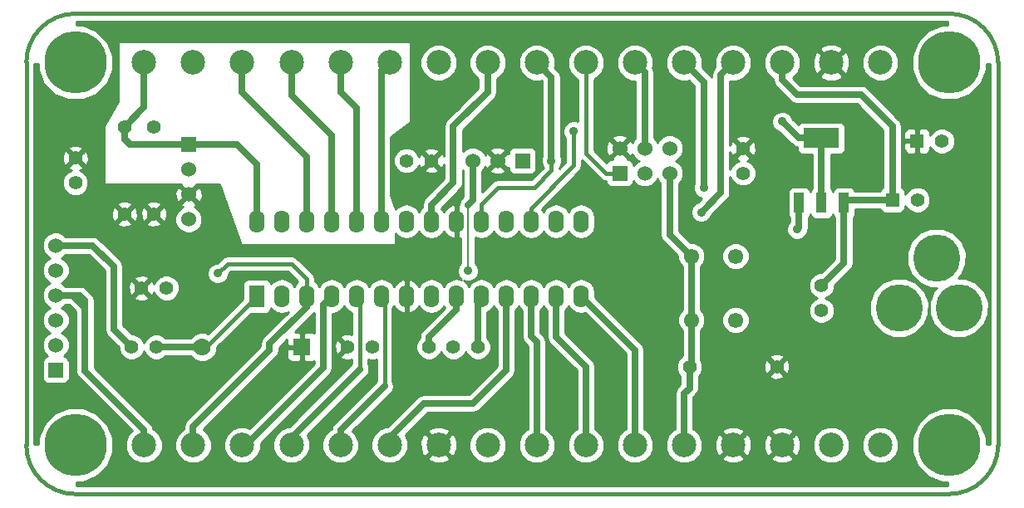
<source format=gtl>
G04 (created by PCBNEW (2013-02-27 BZR 3976)-stable) date 15/04/2013 12:50:54*
%MOIN*%
G04 Gerber Fmt 3.4, Leading zero omitted, Abs format*
%FSLAX34Y34*%
G01*
G70*
G90*
G04 APERTURE LIST*
%ADD10C,3.14961e-006*%
%ADD11C,0.015*%
%ADD12C,0.07*%
%ADD13R,0.07X0.07*%
%ADD14O,0.062X0.09*%
%ADD15R,0.062X0.09*%
%ADD16C,0.055*%
%ADD17R,0.144X0.08*%
%ADD18R,0.04X0.08*%
%ADD19R,0.06X0.06*%
%ADD20C,0.06*%
%ADD21R,0.055X0.055*%
%ADD22C,0.0984*%
%ADD23C,0.061*%
%ADD24C,0.189*%
%ADD25C,0.25*%
%ADD26C,0.035*%
%ADD27C,0.025*%
%ADD28C,0.008*%
%ADD29C,0.01*%
G04 APERTURE END LIST*
G54D10*
G54D11*
X36407Y-31236D02*
X71446Y-31236D01*
X34438Y-48559D02*
X34438Y-33204D01*
X71446Y-50527D02*
X36407Y-50527D01*
X73414Y-33204D02*
X73414Y-48559D01*
X34438Y-48559D02*
G75*
G03X36407Y-50527I1968J0D01*
G74*
G01*
X71446Y-50527D02*
G75*
G03X73414Y-48559I0J1968D01*
G74*
G01*
X73414Y-33204D02*
G75*
G03X71446Y-31236I-1968J0D01*
G74*
G01*
X36407Y-31236D02*
G75*
G03X34438Y-33204I0J-1968D01*
G74*
G01*
G54D12*
X41493Y-44622D03*
G54D13*
X45493Y-44622D03*
G54D14*
X44686Y-42578D03*
X45686Y-42578D03*
X46686Y-42578D03*
X47686Y-42578D03*
X48686Y-42578D03*
X49686Y-42578D03*
X50686Y-42578D03*
X51686Y-42578D03*
X52686Y-42578D03*
X53686Y-42578D03*
X54686Y-42578D03*
X55686Y-42578D03*
X56686Y-42578D03*
G54D15*
X43686Y-42578D03*
G54D14*
X56686Y-39578D03*
X55686Y-39578D03*
X54686Y-39578D03*
X53686Y-39578D03*
X52686Y-39578D03*
X51686Y-39578D03*
X50686Y-39578D03*
X49686Y-39578D03*
X48686Y-39578D03*
X47686Y-39578D03*
X46686Y-39578D03*
X45686Y-39578D03*
X44686Y-39578D03*
X43686Y-39578D03*
G54D16*
X39556Y-39285D03*
X39556Y-35785D03*
X38375Y-39285D03*
X38375Y-35785D03*
X64535Y-45409D03*
X61035Y-45409D03*
G54D17*
X66328Y-36235D03*
G54D18*
X66328Y-38835D03*
X67228Y-38835D03*
X65428Y-38835D03*
G54D19*
X58241Y-37641D03*
G54D20*
X58241Y-36641D03*
X59241Y-37641D03*
X59241Y-36641D03*
X60241Y-37641D03*
X60241Y-36641D03*
G54D21*
X70159Y-36354D03*
G54D16*
X71159Y-36354D03*
G54D21*
X69174Y-38716D03*
G54D16*
X70174Y-38716D03*
X63178Y-36641D03*
X63178Y-37641D03*
X50686Y-37141D03*
X49686Y-37141D03*
X39662Y-44622D03*
X38662Y-44622D03*
X47324Y-44622D03*
X48324Y-44622D03*
X36407Y-37035D03*
X36407Y-38035D03*
X39056Y-42259D03*
X40056Y-42259D03*
X66328Y-42153D03*
X66328Y-43153D03*
G54D22*
X52942Y-48559D03*
X50973Y-48559D03*
X49005Y-48559D03*
X47036Y-48559D03*
X45068Y-48559D03*
X43099Y-48559D03*
X41131Y-48559D03*
X39162Y-48559D03*
X54911Y-33204D03*
X56880Y-33204D03*
X58848Y-33204D03*
X60817Y-33204D03*
X62785Y-33204D03*
X64754Y-33204D03*
X66722Y-33204D03*
X68691Y-33204D03*
X39162Y-33204D03*
X41131Y-33204D03*
X43099Y-33204D03*
X45068Y-33204D03*
X47036Y-33204D03*
X49005Y-33204D03*
X50973Y-33204D03*
X52942Y-33204D03*
X68690Y-48559D03*
X66721Y-48559D03*
X64753Y-48559D03*
X62784Y-48559D03*
X60816Y-48559D03*
X58847Y-48559D03*
X56879Y-48559D03*
X54910Y-48559D03*
G54D19*
X35619Y-45547D03*
G54D20*
X35619Y-44547D03*
X35619Y-43547D03*
X35619Y-42547D03*
X35619Y-41547D03*
X35619Y-40547D03*
G54D19*
X40950Y-36500D03*
G54D20*
X40950Y-37500D03*
X40950Y-38500D03*
X40950Y-39500D03*
G54D23*
X61111Y-40979D03*
X62883Y-40979D03*
X61111Y-43539D03*
X62883Y-43539D03*
G54D16*
X50580Y-44622D03*
X52548Y-44622D03*
X51564Y-44622D03*
G54D24*
X71840Y-43047D03*
X69440Y-43047D03*
X70940Y-41047D03*
G54D19*
X54336Y-37141D03*
G54D20*
X53336Y-37141D03*
X52336Y-37141D03*
G54D25*
X36407Y-33204D03*
X36407Y-48559D03*
X71446Y-33204D03*
X71446Y-48559D03*
G54D26*
X42115Y-41669D03*
X61603Y-38224D03*
X56387Y-35960D03*
X55501Y-37141D03*
X61505Y-39208D03*
X52155Y-41570D03*
X65344Y-39897D03*
X64753Y-35566D03*
G54D27*
X48686Y-39578D02*
X48686Y-33524D01*
X48686Y-33524D02*
X49005Y-33204D01*
X47686Y-39578D02*
X47686Y-35035D01*
X47686Y-35035D02*
X47036Y-34385D01*
X47036Y-34385D02*
X47036Y-33204D01*
X46686Y-39578D02*
X46686Y-36136D01*
X45068Y-34518D02*
X45068Y-33204D01*
X46686Y-36136D02*
X45068Y-34518D01*
X45686Y-39578D02*
X45686Y-36972D01*
X45686Y-36972D02*
X43099Y-34385D01*
X43099Y-34385D02*
X43099Y-33204D01*
X52942Y-33204D02*
X52942Y-34385D01*
X52942Y-34385D02*
X51564Y-35763D01*
X51564Y-35763D02*
X51564Y-38035D01*
X51564Y-38035D02*
X50686Y-38913D01*
X50686Y-38913D02*
X50686Y-39578D01*
G54D11*
X50686Y-38807D02*
X50686Y-39578D01*
X51564Y-37929D02*
X50686Y-38807D01*
X51564Y-35763D02*
X51564Y-37929D01*
X52942Y-34385D02*
X51564Y-35763D01*
G54D27*
X52548Y-44622D02*
X52548Y-42716D01*
X52548Y-42716D02*
X52686Y-42578D01*
X50580Y-44622D02*
X50580Y-44228D01*
X50580Y-44228D02*
X51686Y-43122D01*
X51686Y-43122D02*
X51686Y-42578D01*
X39162Y-48559D02*
X39162Y-47962D01*
X36801Y-45601D02*
X36801Y-42751D01*
X39162Y-47962D02*
X36801Y-45601D01*
X36801Y-42751D02*
X36597Y-42547D01*
X36597Y-42547D02*
X35619Y-42547D01*
X36801Y-43048D02*
X36801Y-42751D01*
X36597Y-42547D02*
X35619Y-42547D01*
X36801Y-42751D02*
X36597Y-42547D01*
X36801Y-43048D02*
X36300Y-42547D01*
X36300Y-42547D02*
X35619Y-42547D01*
G54D11*
X35619Y-42547D02*
X36300Y-42547D01*
G54D27*
X41131Y-48559D02*
X41131Y-47818D01*
X45686Y-43013D02*
X45686Y-42578D01*
X44200Y-44500D02*
X45686Y-43013D01*
X44200Y-44750D02*
X44200Y-44500D01*
X41131Y-47818D02*
X44200Y-44750D01*
G54D11*
X45686Y-41893D02*
X45686Y-42578D01*
X45068Y-41275D02*
X45686Y-41893D01*
X42509Y-41275D02*
X45068Y-41275D01*
X42115Y-41669D02*
X42509Y-41275D01*
G54D27*
X61603Y-38224D02*
X61603Y-33991D01*
X61603Y-33991D02*
X60817Y-33204D01*
X59241Y-36641D02*
X59241Y-33598D01*
X59241Y-33598D02*
X58848Y-33204D01*
G54D11*
X54686Y-39578D02*
X54686Y-39039D01*
X56387Y-37338D02*
X56387Y-35960D01*
X54686Y-39039D02*
X56387Y-37338D01*
X56880Y-33204D02*
X56880Y-36846D01*
X57674Y-37641D02*
X58241Y-37641D01*
X56880Y-36846D02*
X57674Y-37641D01*
G54D27*
X55501Y-37141D02*
X55501Y-33795D01*
X55501Y-33795D02*
X54911Y-33204D01*
G54D11*
X52686Y-39578D02*
X52686Y-38874D01*
X55501Y-37535D02*
X55501Y-37141D01*
X54812Y-38224D02*
X55501Y-37535D01*
X53336Y-38224D02*
X54812Y-38224D01*
X52686Y-38874D02*
X53336Y-38224D01*
X55501Y-33795D02*
X54911Y-33204D01*
G54D27*
X43099Y-48559D02*
X43240Y-48559D01*
X46350Y-45450D02*
X46350Y-42915D01*
X46350Y-42915D02*
X46686Y-42578D01*
X43240Y-48559D02*
X46350Y-45450D01*
X45068Y-48559D02*
X45068Y-48263D01*
X45068Y-48263D02*
X47824Y-45507D01*
G54D11*
X47824Y-42716D02*
X47686Y-42578D01*
X47824Y-45507D02*
X47824Y-42716D01*
X45068Y-48263D02*
X47824Y-45507D01*
G54D27*
X47036Y-48559D02*
X47036Y-47968D01*
X47036Y-47968D02*
X48808Y-46196D01*
G54D11*
X48808Y-42700D02*
X48686Y-42578D01*
X48808Y-46196D02*
X48808Y-42700D01*
X47036Y-47968D02*
X48808Y-46196D01*
G54D27*
X49005Y-48559D02*
X49005Y-48263D01*
X49005Y-48263D02*
X50383Y-46885D01*
X50383Y-46885D02*
X52351Y-46885D01*
X52351Y-46885D02*
X53686Y-45551D01*
X53686Y-45551D02*
X53686Y-42578D01*
G54D11*
X52351Y-46885D02*
X53686Y-45551D01*
X50383Y-46885D02*
X52351Y-46885D01*
X49005Y-48263D02*
X50383Y-46885D01*
G54D27*
X54910Y-48559D02*
X54910Y-44424D01*
X54910Y-44424D02*
X54686Y-44200D01*
X54686Y-44200D02*
X54686Y-42578D01*
G54D11*
X54686Y-44200D02*
X54686Y-42578D01*
X54910Y-44424D02*
X54686Y-44200D01*
G54D27*
X56879Y-48559D02*
X56879Y-45409D01*
X56879Y-45409D02*
X55686Y-44216D01*
X55686Y-44216D02*
X55686Y-42578D01*
G54D11*
X55686Y-44216D02*
X55686Y-42578D01*
X56879Y-45409D02*
X55686Y-44216D01*
G54D27*
X58847Y-48559D02*
X58847Y-44739D01*
X58847Y-44739D02*
X56686Y-42578D01*
G54D11*
X58847Y-44739D02*
X56686Y-42578D01*
G54D27*
X61505Y-39208D02*
X62292Y-38421D01*
X62292Y-38421D02*
X62292Y-33696D01*
X62292Y-33696D02*
X62785Y-33204D01*
X38662Y-44622D02*
X37950Y-43909D01*
X37950Y-43909D02*
X37950Y-41400D01*
X37097Y-40547D02*
X35619Y-40547D01*
X37950Y-41400D02*
X37097Y-40547D01*
X41493Y-44622D02*
X39662Y-44622D01*
X60241Y-37641D02*
X60241Y-40109D01*
X60241Y-40109D02*
X61111Y-40979D01*
X61111Y-40979D02*
X61111Y-43539D01*
X60816Y-48559D02*
X60816Y-46492D01*
X61035Y-46273D02*
X61035Y-45409D01*
X60816Y-46492D02*
X61035Y-46273D01*
X61111Y-43539D02*
X61111Y-45332D01*
X61111Y-45332D02*
X61035Y-45409D01*
G54D11*
X41493Y-44622D02*
X41643Y-44622D01*
X41643Y-44622D02*
X43686Y-42578D01*
G54D27*
X40950Y-36500D02*
X38600Y-36500D01*
X38375Y-36275D02*
X38375Y-35785D01*
X38600Y-36500D02*
X38375Y-36275D01*
X39162Y-33204D02*
X39162Y-34998D01*
X39162Y-34998D02*
X38375Y-35785D01*
X43686Y-39578D02*
X43686Y-37286D01*
X43686Y-37286D02*
X42900Y-36500D01*
X42900Y-36500D02*
X40950Y-36500D01*
G54D11*
X38375Y-35785D02*
X38375Y-36175D01*
X38375Y-36175D02*
X38700Y-36500D01*
X38700Y-36500D02*
X40950Y-36500D01*
G54D27*
X69174Y-38716D02*
X69174Y-35755D01*
X69174Y-35755D02*
X67903Y-34484D01*
X67903Y-34484D02*
X65344Y-34484D01*
X65344Y-34484D02*
X64754Y-33894D01*
X64754Y-33894D02*
X64754Y-33204D01*
X67228Y-38835D02*
X67228Y-41253D01*
X67228Y-41253D02*
X66328Y-42153D01*
X69174Y-38716D02*
X67347Y-38716D01*
X67347Y-38716D02*
X67228Y-38835D01*
X52336Y-38732D02*
X52155Y-38913D01*
G54D28*
X52155Y-38913D02*
X52155Y-41570D01*
G54D27*
X52336Y-37141D02*
X52336Y-38732D01*
X65428Y-38835D02*
X65428Y-39813D01*
X65428Y-39813D02*
X65344Y-39897D01*
X66328Y-36235D02*
X66328Y-38835D01*
X66328Y-36235D02*
X65422Y-36235D01*
X65422Y-36235D02*
X64753Y-35566D01*
G54D10*
G36*
X73089Y-48509D02*
X73035Y-48509D01*
X73035Y-42810D01*
X72853Y-42371D01*
X72517Y-42034D01*
X72078Y-41852D01*
X71825Y-41852D01*
X71952Y-41725D01*
X72134Y-41285D01*
X72135Y-40810D01*
X71953Y-40371D01*
X71684Y-40101D01*
X71684Y-36250D01*
X71604Y-36057D01*
X71456Y-35909D01*
X71263Y-35829D01*
X71055Y-35829D01*
X70862Y-35908D01*
X70714Y-36056D01*
X70684Y-36129D01*
X70684Y-36128D01*
X70684Y-36029D01*
X70645Y-35937D01*
X70575Y-35867D01*
X70483Y-35829D01*
X70271Y-35829D01*
X70209Y-35891D01*
X70209Y-36304D01*
X70216Y-36304D01*
X70216Y-36404D01*
X70209Y-36404D01*
X70209Y-36816D01*
X70271Y-36879D01*
X70483Y-36879D01*
X70575Y-36841D01*
X70645Y-36771D01*
X70684Y-36679D01*
X70684Y-36579D01*
X70684Y-36579D01*
X70713Y-36651D01*
X70861Y-36799D01*
X71054Y-36879D01*
X71263Y-36879D01*
X71456Y-36799D01*
X71603Y-36652D01*
X71683Y-36459D01*
X71684Y-36250D01*
X71684Y-40101D01*
X71617Y-40034D01*
X71178Y-39852D01*
X70703Y-39852D01*
X70699Y-39853D01*
X70699Y-38612D01*
X70620Y-38419D01*
X70472Y-38271D01*
X70279Y-38191D01*
X70109Y-38191D01*
X70109Y-36816D01*
X70109Y-36404D01*
X70109Y-36304D01*
X70109Y-35891D01*
X70046Y-35829D01*
X69834Y-35829D01*
X69742Y-35867D01*
X69672Y-35937D01*
X69634Y-36029D01*
X69634Y-36128D01*
X69634Y-36241D01*
X69696Y-36304D01*
X70109Y-36304D01*
X70109Y-36404D01*
X69696Y-36404D01*
X69634Y-36466D01*
X69634Y-36579D01*
X69634Y-36679D01*
X69672Y-36771D01*
X69742Y-36841D01*
X69834Y-36879D01*
X70046Y-36879D01*
X70109Y-36816D01*
X70109Y-38191D01*
X70070Y-38191D01*
X69877Y-38271D01*
X69729Y-38418D01*
X69699Y-38491D01*
X69699Y-38392D01*
X69661Y-38300D01*
X69591Y-38229D01*
X69549Y-38212D01*
X69549Y-35755D01*
X69549Y-35755D01*
X69521Y-35612D01*
X69439Y-35490D01*
X69439Y-35490D01*
X69433Y-35483D01*
X69433Y-33057D01*
X69320Y-32784D01*
X69111Y-32576D01*
X68839Y-32462D01*
X68544Y-32462D01*
X68271Y-32575D01*
X68062Y-32783D01*
X67949Y-33056D01*
X67948Y-33351D01*
X68061Y-33624D01*
X68270Y-33833D01*
X68542Y-33946D01*
X68837Y-33946D01*
X69110Y-33834D01*
X69319Y-33625D01*
X69432Y-33352D01*
X69433Y-33057D01*
X69433Y-35483D01*
X68168Y-34219D01*
X68046Y-34137D01*
X67903Y-34109D01*
X67467Y-34109D01*
X67467Y-33332D01*
X67459Y-33037D01*
X67362Y-32801D01*
X67246Y-32750D01*
X67176Y-32821D01*
X67176Y-32679D01*
X67125Y-32564D01*
X66849Y-32459D01*
X66554Y-32466D01*
X66318Y-32564D01*
X66267Y-32679D01*
X66722Y-33134D01*
X67176Y-32679D01*
X67176Y-32821D01*
X66792Y-33204D01*
X67246Y-33658D01*
X67362Y-33607D01*
X67467Y-33332D01*
X67467Y-34109D01*
X67176Y-34109D01*
X67176Y-33729D01*
X66722Y-33275D01*
X66651Y-33346D01*
X66651Y-33204D01*
X66197Y-32750D01*
X66081Y-32801D01*
X65976Y-33077D01*
X65984Y-33372D01*
X66081Y-33607D01*
X66197Y-33658D01*
X66651Y-33204D01*
X66651Y-33346D01*
X66267Y-33729D01*
X66318Y-33844D01*
X66594Y-33950D01*
X66889Y-33942D01*
X67125Y-33844D01*
X67176Y-33729D01*
X67176Y-34109D01*
X65499Y-34109D01*
X65199Y-33808D01*
X65382Y-33625D01*
X65495Y-33352D01*
X65496Y-33057D01*
X65383Y-32784D01*
X65174Y-32576D01*
X64902Y-32462D01*
X64607Y-32462D01*
X64334Y-32575D01*
X64125Y-32783D01*
X64012Y-33056D01*
X64011Y-33351D01*
X64124Y-33624D01*
X64333Y-33833D01*
X64379Y-33852D01*
X64379Y-33894D01*
X64407Y-34037D01*
X64488Y-34159D01*
X65078Y-34749D01*
X65200Y-34830D01*
X65344Y-34859D01*
X67747Y-34859D01*
X68799Y-35911D01*
X68799Y-38212D01*
X68758Y-38229D01*
X68687Y-38299D01*
X68670Y-38341D01*
X67660Y-38341D01*
X67640Y-38294D01*
X67570Y-38223D01*
X67478Y-38185D01*
X67378Y-38185D01*
X66978Y-38185D01*
X66886Y-38223D01*
X66816Y-38293D01*
X66778Y-38385D01*
X66778Y-38385D01*
X66740Y-38294D01*
X66703Y-38256D01*
X66703Y-36885D01*
X67097Y-36885D01*
X67189Y-36847D01*
X67260Y-36777D01*
X67298Y-36685D01*
X67298Y-36585D01*
X67298Y-35785D01*
X67260Y-35694D01*
X67190Y-35623D01*
X67098Y-35585D01*
X66998Y-35585D01*
X65558Y-35585D01*
X65466Y-35623D01*
X65403Y-35686D01*
X65163Y-35446D01*
X65114Y-35326D01*
X64994Y-35206D01*
X64838Y-35142D01*
X64669Y-35141D01*
X64513Y-35206D01*
X64393Y-35325D01*
X64328Y-35482D01*
X64328Y-35651D01*
X64393Y-35807D01*
X64512Y-35927D01*
X64633Y-35977D01*
X65156Y-36500D01*
X65156Y-36500D01*
X65278Y-36581D01*
X65358Y-36597D01*
X65358Y-36684D01*
X65396Y-36776D01*
X65466Y-36847D01*
X65558Y-36885D01*
X65657Y-36885D01*
X65953Y-36885D01*
X65953Y-38256D01*
X65916Y-38293D01*
X65878Y-38385D01*
X65878Y-38385D01*
X65840Y-38294D01*
X65770Y-38223D01*
X65678Y-38185D01*
X65578Y-38185D01*
X65178Y-38185D01*
X65086Y-38223D01*
X65016Y-38293D01*
X64978Y-38385D01*
X64978Y-38484D01*
X64978Y-39284D01*
X65016Y-39376D01*
X65053Y-39413D01*
X65053Y-39587D01*
X64984Y-39656D01*
X64919Y-39812D01*
X64919Y-39981D01*
X64983Y-40138D01*
X65103Y-40257D01*
X65259Y-40322D01*
X65428Y-40322D01*
X65584Y-40258D01*
X65704Y-40138D01*
X65769Y-39982D01*
X65769Y-39965D01*
X65774Y-39956D01*
X65803Y-39813D01*
X65803Y-39813D01*
X65803Y-39413D01*
X65840Y-39377D01*
X65878Y-39285D01*
X65878Y-39284D01*
X65878Y-39284D01*
X65916Y-39376D01*
X65986Y-39447D01*
X66078Y-39485D01*
X66177Y-39485D01*
X66577Y-39485D01*
X66669Y-39447D01*
X66740Y-39377D01*
X66778Y-39285D01*
X66778Y-39284D01*
X66778Y-39284D01*
X66816Y-39376D01*
X66853Y-39413D01*
X66853Y-41098D01*
X66323Y-41628D01*
X66224Y-41628D01*
X66031Y-41708D01*
X65883Y-41855D01*
X65803Y-42048D01*
X65803Y-42257D01*
X65883Y-42450D01*
X66030Y-42598D01*
X66163Y-42653D01*
X66031Y-42708D01*
X65883Y-42855D01*
X65803Y-43048D01*
X65803Y-43257D01*
X65883Y-43450D01*
X66030Y-43598D01*
X66223Y-43678D01*
X66432Y-43678D01*
X66625Y-43598D01*
X66773Y-43451D01*
X66853Y-43258D01*
X66853Y-43049D01*
X66773Y-42856D01*
X66626Y-42708D01*
X66493Y-42653D01*
X66625Y-42598D01*
X66773Y-42451D01*
X66853Y-42258D01*
X66853Y-42158D01*
X67493Y-41518D01*
X67574Y-41397D01*
X67603Y-41253D01*
X67603Y-39413D01*
X67640Y-39377D01*
X67678Y-39285D01*
X67678Y-39185D01*
X67678Y-39091D01*
X68670Y-39091D01*
X68687Y-39132D01*
X68758Y-39203D01*
X68849Y-39241D01*
X68949Y-39241D01*
X69499Y-39241D01*
X69591Y-39203D01*
X69661Y-39133D01*
X69699Y-39041D01*
X69699Y-38942D01*
X69699Y-38941D01*
X69729Y-39013D01*
X69877Y-39161D01*
X70069Y-39241D01*
X70278Y-39241D01*
X70471Y-39161D01*
X70619Y-39014D01*
X70699Y-38821D01*
X70699Y-38612D01*
X70699Y-39853D01*
X70264Y-40033D01*
X69927Y-40369D01*
X69745Y-40808D01*
X69744Y-41283D01*
X69926Y-41723D01*
X70262Y-42059D01*
X70701Y-42242D01*
X70955Y-42242D01*
X70827Y-42369D01*
X70645Y-42808D01*
X70644Y-43283D01*
X70826Y-43723D01*
X71162Y-44059D01*
X71601Y-44242D01*
X72076Y-44242D01*
X72516Y-44060D01*
X72852Y-43725D01*
X73034Y-43285D01*
X73035Y-42810D01*
X73035Y-48509D01*
X72946Y-48509D01*
X72946Y-48261D01*
X72718Y-47710D01*
X72297Y-47288D01*
X71746Y-47059D01*
X71149Y-47058D01*
X70635Y-47271D01*
X70635Y-42810D01*
X70453Y-42371D01*
X70117Y-42034D01*
X69678Y-41852D01*
X69203Y-41852D01*
X68764Y-42033D01*
X68427Y-42369D01*
X68245Y-42808D01*
X68244Y-43283D01*
X68426Y-43723D01*
X68762Y-44059D01*
X69201Y-44242D01*
X69676Y-44242D01*
X70116Y-44060D01*
X70452Y-43725D01*
X70634Y-43285D01*
X70635Y-42810D01*
X70635Y-47271D01*
X70597Y-47286D01*
X70175Y-47708D01*
X69946Y-48259D01*
X69946Y-48856D01*
X70174Y-49407D01*
X70595Y-49829D01*
X71146Y-50058D01*
X71396Y-50059D01*
X71396Y-50202D01*
X69432Y-50202D01*
X69432Y-48412D01*
X69319Y-48139D01*
X69111Y-47930D01*
X68838Y-47817D01*
X68543Y-47816D01*
X68270Y-47929D01*
X68061Y-48138D01*
X67948Y-48410D01*
X67948Y-48706D01*
X68061Y-48978D01*
X68269Y-49187D01*
X68542Y-49300D01*
X68837Y-49301D01*
X69110Y-49188D01*
X69319Y-48979D01*
X69432Y-48707D01*
X69432Y-48412D01*
X69432Y-50202D01*
X67463Y-50202D01*
X67463Y-48412D01*
X67350Y-48139D01*
X67142Y-47930D01*
X66869Y-47817D01*
X66574Y-47816D01*
X66301Y-47929D01*
X66092Y-48138D01*
X65979Y-48410D01*
X65979Y-48706D01*
X66092Y-48978D01*
X66300Y-49187D01*
X66573Y-49300D01*
X66868Y-49301D01*
X67141Y-49188D01*
X67350Y-48979D01*
X67463Y-48707D01*
X67463Y-48412D01*
X67463Y-50202D01*
X65499Y-50202D01*
X65499Y-48686D01*
X65491Y-48391D01*
X65393Y-48155D01*
X65278Y-48104D01*
X65207Y-48175D01*
X65207Y-48034D01*
X65156Y-47918D01*
X65064Y-47883D01*
X65064Y-45485D01*
X65053Y-45276D01*
X64995Y-45136D01*
X64902Y-45112D01*
X64832Y-45183D01*
X64832Y-45041D01*
X64807Y-44948D01*
X64610Y-44879D01*
X64402Y-44890D01*
X64262Y-44948D01*
X64237Y-45041D01*
X64535Y-45338D01*
X64832Y-45041D01*
X64832Y-45183D01*
X64605Y-45409D01*
X64902Y-45706D01*
X64995Y-45682D01*
X65064Y-45485D01*
X65064Y-47883D01*
X64881Y-47813D01*
X64832Y-47814D01*
X64832Y-45777D01*
X64535Y-45480D01*
X64464Y-45550D01*
X64464Y-45409D01*
X64167Y-45112D01*
X64074Y-45136D01*
X64005Y-45333D01*
X64016Y-45542D01*
X64074Y-45682D01*
X64167Y-45706D01*
X64464Y-45409D01*
X64464Y-45550D01*
X64237Y-45777D01*
X64262Y-45869D01*
X64459Y-45939D01*
X64667Y-45928D01*
X64807Y-45869D01*
X64832Y-45777D01*
X64832Y-47814D01*
X64586Y-47821D01*
X64350Y-47918D01*
X64299Y-48034D01*
X64753Y-48488D01*
X65207Y-48034D01*
X65207Y-48175D01*
X64824Y-48559D01*
X65278Y-49013D01*
X65393Y-48962D01*
X65499Y-48686D01*
X65499Y-50202D01*
X65207Y-50202D01*
X65207Y-49083D01*
X64753Y-48629D01*
X64682Y-48700D01*
X64682Y-48559D01*
X64228Y-48104D01*
X64113Y-48155D01*
X64007Y-48431D01*
X64015Y-48726D01*
X64113Y-48962D01*
X64228Y-49013D01*
X64682Y-48559D01*
X64682Y-48700D01*
X64299Y-49083D01*
X64350Y-49199D01*
X64625Y-49304D01*
X64921Y-49296D01*
X65156Y-49199D01*
X65207Y-49083D01*
X65207Y-50202D01*
X63708Y-50202D01*
X63708Y-36717D01*
X63697Y-36508D01*
X63639Y-36368D01*
X63546Y-36344D01*
X63475Y-36415D01*
X63475Y-36273D01*
X63451Y-36181D01*
X63254Y-36111D01*
X63045Y-36123D01*
X62905Y-36181D01*
X62881Y-36273D01*
X63178Y-36571D01*
X63475Y-36273D01*
X63475Y-36415D01*
X63249Y-36641D01*
X63546Y-36938D01*
X63639Y-36914D01*
X63708Y-36717D01*
X63708Y-50202D01*
X63703Y-50202D01*
X63703Y-37537D01*
X63624Y-37344D01*
X63476Y-37196D01*
X63349Y-37144D01*
X63451Y-37102D01*
X63475Y-37009D01*
X63178Y-36712D01*
X62881Y-37009D01*
X62905Y-37102D01*
X63015Y-37140D01*
X62881Y-37196D01*
X62733Y-37343D01*
X62667Y-37502D01*
X62667Y-36793D01*
X62718Y-36914D01*
X62810Y-36938D01*
X63108Y-36641D01*
X62810Y-36344D01*
X62718Y-36368D01*
X62667Y-36511D01*
X62667Y-33946D01*
X62931Y-33946D01*
X63204Y-33834D01*
X63413Y-33625D01*
X63526Y-33352D01*
X63527Y-33057D01*
X63414Y-32784D01*
X63205Y-32576D01*
X62933Y-32462D01*
X62638Y-32462D01*
X62365Y-32575D01*
X62156Y-32783D01*
X62043Y-33056D01*
X62042Y-33351D01*
X62061Y-33397D01*
X62027Y-33431D01*
X61946Y-33553D01*
X61917Y-33696D01*
X61917Y-33799D01*
X61869Y-33726D01*
X61869Y-33726D01*
X61540Y-33397D01*
X61558Y-33352D01*
X61559Y-33057D01*
X61446Y-32784D01*
X61237Y-32576D01*
X60965Y-32462D01*
X60670Y-32462D01*
X60397Y-32575D01*
X60188Y-32783D01*
X60075Y-33056D01*
X60074Y-33351D01*
X60187Y-33624D01*
X60396Y-33833D01*
X60668Y-33946D01*
X60963Y-33946D01*
X61009Y-33927D01*
X61228Y-34146D01*
X61228Y-38019D01*
X61179Y-38139D01*
X61178Y-38308D01*
X61243Y-38464D01*
X61362Y-38584D01*
X61519Y-38649D01*
X61534Y-38649D01*
X61385Y-38798D01*
X61265Y-38848D01*
X61145Y-38967D01*
X61080Y-39123D01*
X61080Y-39292D01*
X61145Y-39449D01*
X61264Y-39568D01*
X61420Y-39633D01*
X61589Y-39633D01*
X61745Y-39569D01*
X61865Y-39449D01*
X61915Y-39328D01*
X62558Y-38686D01*
X62639Y-38564D01*
X62667Y-38421D01*
X62667Y-37780D01*
X62733Y-37938D01*
X62880Y-38086D01*
X63073Y-38166D01*
X63282Y-38166D01*
X63475Y-38087D01*
X63623Y-37939D01*
X63703Y-37746D01*
X63703Y-37537D01*
X63703Y-50202D01*
X63530Y-50202D01*
X63530Y-48686D01*
X63522Y-48391D01*
X63438Y-48189D01*
X63438Y-43429D01*
X63438Y-40869D01*
X63354Y-40665D01*
X63198Y-40509D01*
X62994Y-40424D01*
X62773Y-40424D01*
X62569Y-40509D01*
X62413Y-40665D01*
X62328Y-40868D01*
X62328Y-41089D01*
X62412Y-41293D01*
X62568Y-41450D01*
X62772Y-41534D01*
X62993Y-41534D01*
X63197Y-41450D01*
X63353Y-41294D01*
X63438Y-41090D01*
X63438Y-40869D01*
X63438Y-43429D01*
X63354Y-43225D01*
X63198Y-43069D01*
X62994Y-42984D01*
X62773Y-42984D01*
X62569Y-43069D01*
X62413Y-43225D01*
X62328Y-43428D01*
X62328Y-43649D01*
X62412Y-43853D01*
X62568Y-44010D01*
X62772Y-44094D01*
X62993Y-44094D01*
X63197Y-44010D01*
X63353Y-43854D01*
X63438Y-43650D01*
X63438Y-43429D01*
X63438Y-48189D01*
X63424Y-48155D01*
X63309Y-48104D01*
X63238Y-48175D01*
X63238Y-48034D01*
X63187Y-47918D01*
X62912Y-47813D01*
X62617Y-47821D01*
X62381Y-47918D01*
X62330Y-48034D01*
X62784Y-48488D01*
X63238Y-48034D01*
X63238Y-48175D01*
X62855Y-48559D01*
X63309Y-49013D01*
X63424Y-48962D01*
X63530Y-48686D01*
X63530Y-50202D01*
X63238Y-50202D01*
X63238Y-49083D01*
X62784Y-48629D01*
X62713Y-48700D01*
X62713Y-48559D01*
X62259Y-48104D01*
X62144Y-48155D01*
X62038Y-48431D01*
X62046Y-48726D01*
X62144Y-48962D01*
X62259Y-49013D01*
X62713Y-48559D01*
X62713Y-48700D01*
X62330Y-49083D01*
X62381Y-49199D01*
X62656Y-49304D01*
X62952Y-49296D01*
X63187Y-49199D01*
X63238Y-49083D01*
X63238Y-50202D01*
X61666Y-50202D01*
X61666Y-43429D01*
X61582Y-43225D01*
X61486Y-43129D01*
X61486Y-41389D01*
X61581Y-41294D01*
X61666Y-41090D01*
X61666Y-40869D01*
X61582Y-40665D01*
X61426Y-40509D01*
X61222Y-40424D01*
X61086Y-40424D01*
X60616Y-39954D01*
X60616Y-38044D01*
X60707Y-37953D01*
X60791Y-37751D01*
X60791Y-37532D01*
X60708Y-37330D01*
X60553Y-37175D01*
X60471Y-37141D01*
X60552Y-37108D01*
X60707Y-36953D01*
X60791Y-36751D01*
X60791Y-36532D01*
X60708Y-36330D01*
X60553Y-36175D01*
X60351Y-36091D01*
X60132Y-36091D01*
X59930Y-36175D01*
X59775Y-36329D01*
X59741Y-36411D01*
X59708Y-36330D01*
X59616Y-36238D01*
X59616Y-33598D01*
X59616Y-33598D01*
X59588Y-33454D01*
X59563Y-33417D01*
X59563Y-33417D01*
X59589Y-33352D01*
X59590Y-33057D01*
X59477Y-32784D01*
X59268Y-32576D01*
X58996Y-32462D01*
X58701Y-32462D01*
X58428Y-32575D01*
X58219Y-32783D01*
X58106Y-33056D01*
X58105Y-33351D01*
X58218Y-33624D01*
X58427Y-33833D01*
X58699Y-33946D01*
X58866Y-33946D01*
X58866Y-36238D01*
X58775Y-36329D01*
X58744Y-36405D01*
X58722Y-36353D01*
X58627Y-36326D01*
X58556Y-36397D01*
X58556Y-36255D01*
X58529Y-36160D01*
X58323Y-36086D01*
X58104Y-36097D01*
X57953Y-36160D01*
X57926Y-36255D01*
X58241Y-36571D01*
X58556Y-36255D01*
X58556Y-36397D01*
X58312Y-36641D01*
X58627Y-36956D01*
X58722Y-36929D01*
X58742Y-36874D01*
X58775Y-36952D01*
X58929Y-37107D01*
X59011Y-37141D01*
X58930Y-37175D01*
X58791Y-37313D01*
X58791Y-37292D01*
X58753Y-37200D01*
X58683Y-37129D01*
X58591Y-37091D01*
X58538Y-37091D01*
X58556Y-37027D01*
X58241Y-36712D01*
X58171Y-36783D01*
X58171Y-36641D01*
X57855Y-36326D01*
X57760Y-36353D01*
X57686Y-36559D01*
X57697Y-36778D01*
X57760Y-36929D01*
X57855Y-36956D01*
X58171Y-36641D01*
X58171Y-36783D01*
X57926Y-37027D01*
X57944Y-37091D01*
X57892Y-37091D01*
X57800Y-37129D01*
X57729Y-37199D01*
X57718Y-37226D01*
X57205Y-36712D01*
X57205Y-33873D01*
X57299Y-33834D01*
X57508Y-33625D01*
X57621Y-33352D01*
X57622Y-33057D01*
X57509Y-32784D01*
X57300Y-32576D01*
X57028Y-32462D01*
X56733Y-32462D01*
X56460Y-32575D01*
X56251Y-32783D01*
X56138Y-33056D01*
X56137Y-33351D01*
X56250Y-33624D01*
X56459Y-33833D01*
X56555Y-33873D01*
X56555Y-35570D01*
X56472Y-35535D01*
X56303Y-35535D01*
X56146Y-35600D01*
X56027Y-35719D01*
X55962Y-35875D01*
X55962Y-36044D01*
X56026Y-36201D01*
X56062Y-36236D01*
X56062Y-37203D01*
X55826Y-37439D01*
X55826Y-37417D01*
X55861Y-37382D01*
X55926Y-37226D01*
X55926Y-37057D01*
X55876Y-36936D01*
X55876Y-33795D01*
X55848Y-33651D01*
X55766Y-33530D01*
X55634Y-33397D01*
X55652Y-33352D01*
X55653Y-33057D01*
X55540Y-32784D01*
X55331Y-32576D01*
X55059Y-32462D01*
X54764Y-32462D01*
X54491Y-32575D01*
X54282Y-32783D01*
X54169Y-33056D01*
X54168Y-33351D01*
X54281Y-33624D01*
X54490Y-33833D01*
X54762Y-33946D01*
X55057Y-33946D01*
X55103Y-33927D01*
X55126Y-33950D01*
X55126Y-36936D01*
X55076Y-37056D01*
X55076Y-37225D01*
X55141Y-37382D01*
X55168Y-37409D01*
X54886Y-37691D01*
X54886Y-37392D01*
X54886Y-36792D01*
X54848Y-36700D01*
X54778Y-36629D01*
X54686Y-36591D01*
X54586Y-36591D01*
X53986Y-36591D01*
X53894Y-36629D01*
X53824Y-36699D01*
X53786Y-36791D01*
X53786Y-36844D01*
X53722Y-36826D01*
X53651Y-36897D01*
X53651Y-36755D01*
X53624Y-36660D01*
X53417Y-36586D01*
X53199Y-36597D01*
X53048Y-36660D01*
X53021Y-36755D01*
X53336Y-37071D01*
X53651Y-36755D01*
X53651Y-36897D01*
X53406Y-37141D01*
X53722Y-37456D01*
X53786Y-37438D01*
X53786Y-37491D01*
X53824Y-37583D01*
X53894Y-37653D01*
X53986Y-37691D01*
X54085Y-37691D01*
X54685Y-37691D01*
X54777Y-37653D01*
X54848Y-37583D01*
X54886Y-37491D01*
X54886Y-37392D01*
X54886Y-37691D01*
X54677Y-37899D01*
X53651Y-37899D01*
X53651Y-37527D01*
X53336Y-37212D01*
X53021Y-37527D01*
X53048Y-37622D01*
X53254Y-37696D01*
X53472Y-37685D01*
X53624Y-37622D01*
X53651Y-37527D01*
X53651Y-37899D01*
X53336Y-37899D01*
X53211Y-37924D01*
X53106Y-37994D01*
X53106Y-37994D01*
X52711Y-38389D01*
X52711Y-37544D01*
X52802Y-37453D01*
X52833Y-37378D01*
X52854Y-37429D01*
X52950Y-37456D01*
X53265Y-37141D01*
X52950Y-36826D01*
X52854Y-36853D01*
X52835Y-36909D01*
X52802Y-36830D01*
X52648Y-36675D01*
X52446Y-36591D01*
X52227Y-36591D01*
X52025Y-36675D01*
X51939Y-36760D01*
X51939Y-35919D01*
X53208Y-34650D01*
X53208Y-34650D01*
X53289Y-34528D01*
X53317Y-34385D01*
X53317Y-34385D01*
X53317Y-33852D01*
X53362Y-33834D01*
X53571Y-33625D01*
X53684Y-33352D01*
X53685Y-33057D01*
X53572Y-32784D01*
X53363Y-32576D01*
X53091Y-32462D01*
X52796Y-32462D01*
X52523Y-32575D01*
X52314Y-32783D01*
X52201Y-33056D01*
X52200Y-33351D01*
X52313Y-33624D01*
X52522Y-33833D01*
X52567Y-33852D01*
X52567Y-34230D01*
X51716Y-35081D01*
X51716Y-33057D01*
X51603Y-32784D01*
X51394Y-32576D01*
X51122Y-32462D01*
X50827Y-32462D01*
X50554Y-32575D01*
X50345Y-32783D01*
X50232Y-33056D01*
X50231Y-33351D01*
X50344Y-33624D01*
X50553Y-33833D01*
X50825Y-33946D01*
X51120Y-33946D01*
X51393Y-33834D01*
X51602Y-33625D01*
X51715Y-33352D01*
X51716Y-33057D01*
X51716Y-35081D01*
X51299Y-35498D01*
X51218Y-35620D01*
X51189Y-35763D01*
X51189Y-36971D01*
X51147Y-36868D01*
X51054Y-36844D01*
X50983Y-36915D01*
X50983Y-36773D01*
X50959Y-36681D01*
X50762Y-36611D01*
X50553Y-36623D01*
X50413Y-36681D01*
X50389Y-36773D01*
X50686Y-37071D01*
X50983Y-36773D01*
X50983Y-36915D01*
X50757Y-37141D01*
X51054Y-37438D01*
X51147Y-37414D01*
X51189Y-37294D01*
X51189Y-37844D01*
X50983Y-38050D01*
X50983Y-37509D01*
X50686Y-37212D01*
X50615Y-37283D01*
X50615Y-37141D01*
X50318Y-36844D01*
X50226Y-36868D01*
X50187Y-36978D01*
X50131Y-36844D01*
X49984Y-36696D01*
X49791Y-36616D01*
X49582Y-36616D01*
X49389Y-36696D01*
X49241Y-36843D01*
X49161Y-37036D01*
X49161Y-37245D01*
X49241Y-37438D01*
X49388Y-37586D01*
X49581Y-37666D01*
X49790Y-37666D01*
X49983Y-37587D01*
X50131Y-37439D01*
X50183Y-37312D01*
X50226Y-37414D01*
X50318Y-37438D01*
X50615Y-37141D01*
X50615Y-37283D01*
X50389Y-37509D01*
X50413Y-37602D01*
X50610Y-37671D01*
X50819Y-37660D01*
X50959Y-37602D01*
X50983Y-37509D01*
X50983Y-38050D01*
X50456Y-38577D01*
X50386Y-38682D01*
X50381Y-38708D01*
X50340Y-38769D01*
X50311Y-38913D01*
X50311Y-39015D01*
X50290Y-39029D01*
X50186Y-39184D01*
X50082Y-39029D01*
X49900Y-38907D01*
X49686Y-38865D01*
X49472Y-38907D01*
X49290Y-39029D01*
X49248Y-39091D01*
X49061Y-38529D01*
X49061Y-36184D01*
X49842Y-35598D01*
X49842Y-32367D01*
X38128Y-32367D01*
X38128Y-34765D01*
X37538Y-35749D01*
X37538Y-38085D01*
X40643Y-38085D01*
X40634Y-38114D01*
X40950Y-38429D01*
X41265Y-38114D01*
X41256Y-38085D01*
X42179Y-38085D01*
X43064Y-40538D01*
X49252Y-40538D01*
X49252Y-40071D01*
X49290Y-40128D01*
X49472Y-40249D01*
X49686Y-40292D01*
X49900Y-40249D01*
X50082Y-40128D01*
X50186Y-39972D01*
X50290Y-40128D01*
X50472Y-40249D01*
X50686Y-40292D01*
X50900Y-40249D01*
X51082Y-40128D01*
X51186Y-39972D01*
X51188Y-39979D01*
X51325Y-40150D01*
X51518Y-40255D01*
X51549Y-40261D01*
X51636Y-40213D01*
X51636Y-39628D01*
X51628Y-39628D01*
X51628Y-39528D01*
X51636Y-39528D01*
X51636Y-38943D01*
X51549Y-38895D01*
X51518Y-38902D01*
X51325Y-39007D01*
X51188Y-39178D01*
X51186Y-39184D01*
X51090Y-39040D01*
X51829Y-38300D01*
X51911Y-38178D01*
X51939Y-38035D01*
X51939Y-37522D01*
X51961Y-37544D01*
X51961Y-38576D01*
X51889Y-38648D01*
X51808Y-38769D01*
X51780Y-38913D01*
X51781Y-38918D01*
X51736Y-38943D01*
X51736Y-39528D01*
X51744Y-39528D01*
X51744Y-39628D01*
X51736Y-39628D01*
X51736Y-40213D01*
X51823Y-40261D01*
X51854Y-40255D01*
X51865Y-40249D01*
X51865Y-41259D01*
X51795Y-41329D01*
X51730Y-41485D01*
X51730Y-41655D01*
X51794Y-41811D01*
X51888Y-41905D01*
X51686Y-41865D01*
X51472Y-41907D01*
X51290Y-42029D01*
X51186Y-42184D01*
X51082Y-42029D01*
X50900Y-41907D01*
X50686Y-41865D01*
X50472Y-41907D01*
X50290Y-42029D01*
X50186Y-42184D01*
X50184Y-42178D01*
X50047Y-42007D01*
X49854Y-41902D01*
X49823Y-41895D01*
X49736Y-41943D01*
X49736Y-42528D01*
X49744Y-42528D01*
X49744Y-42628D01*
X49736Y-42628D01*
X49736Y-43213D01*
X49823Y-43261D01*
X49854Y-43255D01*
X50047Y-43150D01*
X50184Y-42979D01*
X50186Y-42972D01*
X50290Y-43128D01*
X50472Y-43249D01*
X50686Y-43292D01*
X50900Y-43249D01*
X51082Y-43128D01*
X51186Y-42972D01*
X51234Y-43044D01*
X50315Y-43962D01*
X50234Y-44084D01*
X50205Y-44228D01*
X50205Y-44254D01*
X50135Y-44324D01*
X50055Y-44517D01*
X50055Y-44726D01*
X50135Y-44919D01*
X50282Y-45066D01*
X50475Y-45146D01*
X50684Y-45147D01*
X50877Y-45067D01*
X51025Y-44919D01*
X51072Y-44806D01*
X51119Y-44919D01*
X51266Y-45066D01*
X51459Y-45146D01*
X51668Y-45147D01*
X51861Y-45067D01*
X52009Y-44919D01*
X52056Y-44806D01*
X52103Y-44919D01*
X52250Y-45066D01*
X52443Y-45146D01*
X52652Y-45147D01*
X52845Y-45067D01*
X52993Y-44919D01*
X53073Y-44726D01*
X53073Y-44518D01*
X52993Y-44325D01*
X52923Y-44254D01*
X52923Y-43234D01*
X53082Y-43128D01*
X53186Y-42972D01*
X53290Y-43128D01*
X53311Y-43142D01*
X53311Y-45395D01*
X52196Y-46510D01*
X50383Y-46510D01*
X50239Y-46539D01*
X50118Y-46620D01*
X49636Y-47102D01*
X49636Y-43213D01*
X49636Y-42628D01*
X49628Y-42628D01*
X49628Y-42528D01*
X49636Y-42528D01*
X49636Y-41943D01*
X49549Y-41895D01*
X49518Y-41902D01*
X49325Y-42007D01*
X49188Y-42178D01*
X49186Y-42184D01*
X49082Y-42029D01*
X48900Y-41907D01*
X48686Y-41865D01*
X48472Y-41907D01*
X48290Y-42029D01*
X48186Y-42184D01*
X48082Y-42029D01*
X47900Y-41907D01*
X47686Y-41865D01*
X47472Y-41907D01*
X47290Y-42029D01*
X47186Y-42184D01*
X47082Y-42029D01*
X46900Y-41907D01*
X46686Y-41865D01*
X46472Y-41907D01*
X46290Y-42029D01*
X46186Y-42184D01*
X46082Y-42029D01*
X46011Y-41981D01*
X46011Y-41893D01*
X45986Y-41769D01*
X45986Y-41769D01*
X45958Y-41727D01*
X45916Y-41663D01*
X45916Y-41663D01*
X45298Y-41045D01*
X45192Y-40975D01*
X45068Y-40950D01*
X42509Y-40950D01*
X42385Y-40975D01*
X42279Y-41045D01*
X42279Y-41045D01*
X42081Y-41244D01*
X42031Y-41244D01*
X41875Y-41308D01*
X41755Y-41428D01*
X41690Y-41584D01*
X41690Y-41753D01*
X41755Y-41909D01*
X41874Y-42029D01*
X42030Y-42094D01*
X42199Y-42094D01*
X42356Y-42029D01*
X42475Y-41910D01*
X42540Y-41754D01*
X42540Y-41703D01*
X42644Y-41600D01*
X44933Y-41600D01*
X45333Y-42000D01*
X45290Y-42029D01*
X45186Y-42184D01*
X45082Y-42029D01*
X44900Y-41907D01*
X44686Y-41865D01*
X44472Y-41907D01*
X44290Y-42029D01*
X44246Y-42094D01*
X44246Y-42079D01*
X44208Y-41987D01*
X44138Y-41916D01*
X44046Y-41878D01*
X43947Y-41878D01*
X43327Y-41878D01*
X43235Y-41916D01*
X43164Y-41986D01*
X43126Y-42078D01*
X43126Y-42178D01*
X43126Y-42679D01*
X41733Y-44072D01*
X41613Y-44022D01*
X41504Y-44022D01*
X41504Y-38581D01*
X41493Y-38363D01*
X41431Y-38212D01*
X41335Y-38184D01*
X41020Y-38500D01*
X41335Y-38815D01*
X41431Y-38787D01*
X41504Y-38581D01*
X41504Y-44022D01*
X41500Y-44022D01*
X41500Y-39391D01*
X41416Y-39188D01*
X41261Y-39034D01*
X41186Y-39002D01*
X41237Y-38981D01*
X41265Y-38885D01*
X40950Y-38570D01*
X40879Y-38641D01*
X40879Y-38500D01*
X40564Y-38184D01*
X40468Y-38212D01*
X40395Y-38418D01*
X40406Y-38636D01*
X40468Y-38787D01*
X40564Y-38815D01*
X40879Y-38500D01*
X40879Y-38641D01*
X40634Y-38885D01*
X40662Y-38981D01*
X40717Y-39000D01*
X40638Y-39033D01*
X40484Y-39188D01*
X40400Y-39390D01*
X40399Y-39608D01*
X40483Y-39811D01*
X40638Y-39965D01*
X40840Y-40049D01*
X41058Y-40050D01*
X41261Y-39966D01*
X41415Y-39811D01*
X41499Y-39609D01*
X41500Y-39391D01*
X41500Y-44022D01*
X41374Y-44021D01*
X41154Y-44113D01*
X41020Y-44247D01*
X40581Y-44247D01*
X40581Y-42155D01*
X40502Y-41962D01*
X40354Y-41815D01*
X40161Y-41734D01*
X40086Y-41734D01*
X40086Y-39361D01*
X40075Y-39152D01*
X40017Y-39012D01*
X39924Y-38988D01*
X39853Y-39059D01*
X39853Y-38917D01*
X39829Y-38824D01*
X39632Y-38755D01*
X39423Y-38766D01*
X39283Y-38824D01*
X39259Y-38917D01*
X39556Y-39214D01*
X39853Y-38917D01*
X39853Y-39059D01*
X39627Y-39285D01*
X39924Y-39582D01*
X40017Y-39558D01*
X40086Y-39361D01*
X40086Y-41734D01*
X39952Y-41734D01*
X39853Y-41775D01*
X39853Y-39653D01*
X39556Y-39356D01*
X39485Y-39426D01*
X39485Y-39285D01*
X39188Y-38988D01*
X39096Y-39012D01*
X39026Y-39209D01*
X39038Y-39418D01*
X39096Y-39558D01*
X39188Y-39582D01*
X39485Y-39285D01*
X39485Y-39426D01*
X39259Y-39653D01*
X39283Y-39745D01*
X39480Y-39815D01*
X39689Y-39803D01*
X39829Y-39745D01*
X39853Y-39653D01*
X39853Y-41775D01*
X39759Y-41814D01*
X39611Y-41962D01*
X39559Y-42088D01*
X39517Y-41987D01*
X39424Y-41962D01*
X39353Y-42033D01*
X39353Y-41892D01*
X39329Y-41799D01*
X39132Y-41729D01*
X38923Y-41741D01*
X38905Y-41748D01*
X38905Y-39361D01*
X38894Y-39152D01*
X38836Y-39012D01*
X38743Y-38988D01*
X38672Y-39059D01*
X38672Y-38917D01*
X38648Y-38824D01*
X38451Y-38755D01*
X38242Y-38766D01*
X38102Y-38824D01*
X38078Y-38917D01*
X38375Y-39214D01*
X38672Y-38917D01*
X38672Y-39059D01*
X38446Y-39285D01*
X38743Y-39582D01*
X38836Y-39558D01*
X38905Y-39361D01*
X38905Y-41748D01*
X38783Y-41799D01*
X38759Y-41892D01*
X39056Y-42189D01*
X39353Y-41892D01*
X39353Y-42033D01*
X39127Y-42259D01*
X39424Y-42556D01*
X39517Y-42532D01*
X39555Y-42422D01*
X39611Y-42556D01*
X39758Y-42704D01*
X39951Y-42784D01*
X40160Y-42784D01*
X40353Y-42705D01*
X40501Y-42557D01*
X40581Y-42364D01*
X40581Y-42155D01*
X40581Y-44247D01*
X40030Y-44247D01*
X39960Y-44177D01*
X39767Y-44097D01*
X39559Y-44096D01*
X39365Y-44176D01*
X39353Y-44188D01*
X39353Y-42627D01*
X39056Y-42330D01*
X38985Y-42401D01*
X38985Y-42259D01*
X38688Y-41962D01*
X38672Y-41967D01*
X38672Y-39653D01*
X38375Y-39356D01*
X38304Y-39426D01*
X38304Y-39285D01*
X38007Y-38988D01*
X37915Y-39012D01*
X37845Y-39209D01*
X37857Y-39418D01*
X37915Y-39558D01*
X38007Y-39582D01*
X38304Y-39285D01*
X38304Y-39426D01*
X38078Y-39653D01*
X38102Y-39745D01*
X38299Y-39815D01*
X38508Y-39803D01*
X38648Y-39745D01*
X38672Y-39653D01*
X38672Y-41967D01*
X38596Y-41987D01*
X38526Y-42184D01*
X38538Y-42392D01*
X38596Y-42532D01*
X38688Y-42556D01*
X38985Y-42259D01*
X38985Y-42401D01*
X38759Y-42627D01*
X38783Y-42720D01*
X38980Y-42789D01*
X39189Y-42778D01*
X39329Y-42720D01*
X39353Y-42627D01*
X39353Y-44188D01*
X39218Y-44324D01*
X39162Y-44457D01*
X39108Y-44325D01*
X38960Y-44177D01*
X38767Y-44097D01*
X38668Y-44097D01*
X38325Y-43753D01*
X38325Y-41400D01*
X38296Y-41256D01*
X38215Y-41134D01*
X38215Y-41134D01*
X37362Y-40282D01*
X37240Y-40200D01*
X37097Y-40172D01*
X36936Y-40172D01*
X36936Y-37111D01*
X36925Y-36902D01*
X36867Y-36762D01*
X36774Y-36738D01*
X36704Y-36809D01*
X36704Y-36667D01*
X36679Y-36574D01*
X36482Y-36505D01*
X36274Y-36516D01*
X36134Y-36574D01*
X36110Y-36667D01*
X36407Y-36964D01*
X36704Y-36667D01*
X36704Y-36809D01*
X36477Y-37035D01*
X36774Y-37332D01*
X36867Y-37308D01*
X36936Y-37111D01*
X36936Y-40172D01*
X36932Y-40172D01*
X36932Y-37931D01*
X36852Y-37738D01*
X36704Y-37590D01*
X36578Y-37538D01*
X36679Y-37495D01*
X36704Y-37403D01*
X36407Y-37106D01*
X36336Y-37176D01*
X36336Y-37035D01*
X36039Y-36738D01*
X35946Y-36762D01*
X35877Y-36959D01*
X35888Y-37168D01*
X35946Y-37308D01*
X36039Y-37332D01*
X36336Y-37035D01*
X36336Y-37176D01*
X36110Y-37403D01*
X36134Y-37495D01*
X36244Y-37534D01*
X36110Y-37590D01*
X35962Y-37737D01*
X35882Y-37930D01*
X35881Y-38139D01*
X35961Y-38332D01*
X36109Y-38480D01*
X36302Y-38560D01*
X36511Y-38560D01*
X36704Y-38480D01*
X36851Y-38333D01*
X36931Y-38140D01*
X36932Y-37931D01*
X36932Y-40172D01*
X36022Y-40172D01*
X35931Y-40081D01*
X35729Y-39997D01*
X35510Y-39997D01*
X35308Y-40080D01*
X35153Y-40235D01*
X35069Y-40437D01*
X35069Y-40656D01*
X35153Y-40858D01*
X35307Y-41013D01*
X35389Y-41047D01*
X35308Y-41080D01*
X35153Y-41235D01*
X35069Y-41437D01*
X35069Y-41656D01*
X35153Y-41858D01*
X35307Y-42013D01*
X35389Y-42047D01*
X35308Y-42080D01*
X35153Y-42235D01*
X35069Y-42437D01*
X35069Y-42656D01*
X35153Y-42858D01*
X35307Y-43013D01*
X35389Y-43047D01*
X35308Y-43080D01*
X35153Y-43235D01*
X35069Y-43437D01*
X35069Y-43656D01*
X35153Y-43858D01*
X35307Y-44013D01*
X35389Y-44047D01*
X35308Y-44080D01*
X35153Y-44235D01*
X35069Y-44437D01*
X35069Y-44656D01*
X35153Y-44858D01*
X35291Y-44997D01*
X35270Y-44997D01*
X35178Y-45035D01*
X35107Y-45105D01*
X35069Y-45197D01*
X35069Y-45296D01*
X35069Y-45896D01*
X35107Y-45988D01*
X35177Y-46059D01*
X35269Y-46097D01*
X35369Y-46097D01*
X35969Y-46097D01*
X36061Y-46059D01*
X36131Y-45989D01*
X36169Y-45897D01*
X36169Y-45797D01*
X36169Y-45197D01*
X36131Y-45105D01*
X36061Y-45035D01*
X35969Y-44997D01*
X35947Y-44997D01*
X36085Y-44859D01*
X36169Y-44657D01*
X36169Y-44438D01*
X36086Y-44236D01*
X35931Y-44081D01*
X35849Y-44047D01*
X35930Y-44013D01*
X36085Y-43859D01*
X36169Y-43657D01*
X36169Y-43438D01*
X36086Y-43236D01*
X35931Y-43081D01*
X35849Y-43047D01*
X35930Y-43013D01*
X36022Y-42922D01*
X36145Y-42922D01*
X36426Y-43203D01*
X36426Y-45601D01*
X36455Y-45745D01*
X36536Y-45866D01*
X38670Y-48001D01*
X38533Y-48138D01*
X38420Y-48410D01*
X38420Y-48706D01*
X38533Y-48978D01*
X38741Y-49187D01*
X39014Y-49300D01*
X39309Y-49301D01*
X39582Y-49188D01*
X39791Y-48979D01*
X39904Y-48707D01*
X39904Y-48412D01*
X39791Y-48139D01*
X39583Y-47930D01*
X39526Y-47906D01*
X39508Y-47819D01*
X39427Y-47697D01*
X39427Y-47697D01*
X37176Y-45446D01*
X37176Y-43048D01*
X37176Y-42751D01*
X37176Y-42751D01*
X37148Y-42608D01*
X37099Y-42535D01*
X37066Y-42486D01*
X37066Y-42486D01*
X36862Y-42282D01*
X36740Y-42200D01*
X36597Y-42172D01*
X36300Y-42172D01*
X36022Y-42172D01*
X35931Y-42081D01*
X35849Y-42047D01*
X35930Y-42013D01*
X36085Y-41859D01*
X36169Y-41657D01*
X36169Y-41438D01*
X36086Y-41236D01*
X35931Y-41081D01*
X35849Y-41047D01*
X35930Y-41013D01*
X36022Y-40922D01*
X36941Y-40922D01*
X37575Y-41555D01*
X37575Y-43909D01*
X37603Y-44052D01*
X37684Y-44174D01*
X38137Y-44627D01*
X38137Y-44726D01*
X38217Y-44919D01*
X38365Y-45066D01*
X38558Y-45146D01*
X38766Y-45147D01*
X38959Y-45067D01*
X39107Y-44919D01*
X39163Y-44786D01*
X39217Y-44919D01*
X39365Y-45066D01*
X39558Y-45146D01*
X39766Y-45147D01*
X39959Y-45067D01*
X40030Y-44997D01*
X41020Y-44997D01*
X41153Y-45130D01*
X41373Y-45221D01*
X41612Y-45222D01*
X41833Y-45130D01*
X42002Y-44962D01*
X42093Y-44741D01*
X42093Y-44631D01*
X43446Y-43278D01*
X44046Y-43278D01*
X44138Y-43240D01*
X44208Y-43170D01*
X44246Y-43078D01*
X44246Y-43062D01*
X44290Y-43128D01*
X44472Y-43249D01*
X44686Y-43292D01*
X44900Y-43249D01*
X44957Y-43211D01*
X43934Y-44234D01*
X43853Y-44356D01*
X43825Y-44500D01*
X43825Y-44594D01*
X40866Y-47553D01*
X40785Y-47674D01*
X40756Y-47818D01*
X40756Y-47911D01*
X40711Y-47929D01*
X40502Y-48138D01*
X40389Y-48410D01*
X40389Y-48706D01*
X40502Y-48978D01*
X40710Y-49187D01*
X40983Y-49300D01*
X41278Y-49301D01*
X41551Y-49188D01*
X41760Y-48979D01*
X41873Y-48707D01*
X41873Y-48412D01*
X41760Y-48139D01*
X41552Y-47930D01*
X41550Y-47929D01*
X44465Y-45015D01*
X44465Y-45015D01*
X44546Y-44893D01*
X44574Y-44750D01*
X44575Y-44750D01*
X44575Y-44655D01*
X44893Y-44336D01*
X44893Y-44509D01*
X44956Y-44572D01*
X45443Y-44572D01*
X45443Y-44084D01*
X45381Y-44022D01*
X45208Y-44022D01*
X45951Y-43278D01*
X45951Y-43278D01*
X45975Y-43243D01*
X45975Y-44055D01*
X45893Y-44022D01*
X45606Y-44022D01*
X45543Y-44084D01*
X45543Y-44572D01*
X45551Y-44572D01*
X45551Y-44672D01*
X45543Y-44672D01*
X45543Y-45159D01*
X45606Y-45222D01*
X45893Y-45222D01*
X45975Y-45188D01*
X45975Y-45294D01*
X45443Y-45825D01*
X45443Y-45159D01*
X45443Y-44672D01*
X44956Y-44672D01*
X44893Y-44734D01*
X44893Y-44922D01*
X44893Y-45021D01*
X44931Y-45113D01*
X45002Y-45184D01*
X45094Y-45222D01*
X45381Y-45222D01*
X45443Y-45159D01*
X45443Y-45825D01*
X43392Y-47877D01*
X43247Y-47817D01*
X42952Y-47816D01*
X42679Y-47929D01*
X42470Y-48138D01*
X42357Y-48410D01*
X42357Y-48706D01*
X42470Y-48978D01*
X42678Y-49187D01*
X42951Y-49300D01*
X43246Y-49301D01*
X43519Y-49188D01*
X43728Y-48979D01*
X43841Y-48707D01*
X43841Y-48488D01*
X46615Y-45715D01*
X46615Y-45715D01*
X46696Y-45593D01*
X46724Y-45450D01*
X46725Y-45450D01*
X46725Y-43284D01*
X46900Y-43249D01*
X47082Y-43128D01*
X47186Y-42972D01*
X47290Y-43128D01*
X47472Y-43249D01*
X47499Y-43255D01*
X47499Y-44127D01*
X47400Y-44092D01*
X47191Y-44103D01*
X47051Y-44161D01*
X47027Y-44254D01*
X47324Y-44551D01*
X47329Y-44545D01*
X47400Y-44616D01*
X47395Y-44622D01*
X47400Y-44627D01*
X47329Y-44698D01*
X47324Y-44692D01*
X47253Y-44763D01*
X47253Y-44622D01*
X46956Y-44324D01*
X46863Y-44349D01*
X46794Y-44546D01*
X46805Y-44754D01*
X46863Y-44894D01*
X46956Y-44919D01*
X47253Y-44622D01*
X47253Y-44763D01*
X47027Y-44989D01*
X47051Y-45082D01*
X47248Y-45151D01*
X47457Y-45140D01*
X47499Y-45123D01*
X47499Y-45302D01*
X44984Y-47816D01*
X44921Y-47816D01*
X44648Y-47929D01*
X44439Y-48138D01*
X44326Y-48410D01*
X44326Y-48706D01*
X44439Y-48978D01*
X44647Y-49187D01*
X44920Y-49300D01*
X45215Y-49301D01*
X45488Y-49188D01*
X45697Y-48979D01*
X45810Y-48707D01*
X45810Y-48412D01*
X45705Y-48157D01*
X48089Y-45773D01*
X48170Y-45651D01*
X48199Y-45507D01*
X48170Y-45364D01*
X48149Y-45332D01*
X48149Y-45117D01*
X48219Y-45146D01*
X48428Y-45147D01*
X48483Y-45124D01*
X48483Y-45991D01*
X46771Y-47703D01*
X46690Y-47825D01*
X46674Y-47905D01*
X46616Y-47929D01*
X46407Y-48138D01*
X46294Y-48410D01*
X46294Y-48706D01*
X46407Y-48978D01*
X46615Y-49187D01*
X46888Y-49300D01*
X47183Y-49301D01*
X47456Y-49188D01*
X47665Y-48979D01*
X47778Y-48707D01*
X47778Y-48412D01*
X47665Y-48139D01*
X47531Y-48004D01*
X49073Y-46462D01*
X49155Y-46340D01*
X49183Y-46196D01*
X49155Y-46053D01*
X49133Y-46021D01*
X49133Y-43052D01*
X49186Y-42972D01*
X49188Y-42979D01*
X49325Y-43150D01*
X49518Y-43255D01*
X49549Y-43261D01*
X49636Y-43213D01*
X49636Y-47102D01*
X48921Y-47816D01*
X48858Y-47816D01*
X48585Y-47929D01*
X48376Y-48138D01*
X48263Y-48410D01*
X48263Y-48706D01*
X48376Y-48978D01*
X48584Y-49187D01*
X48857Y-49300D01*
X49152Y-49301D01*
X49425Y-49188D01*
X49634Y-48979D01*
X49747Y-48707D01*
X49747Y-48412D01*
X49642Y-48157D01*
X50538Y-47260D01*
X52351Y-47260D01*
X52495Y-47232D01*
X52617Y-47150D01*
X53951Y-45816D01*
X53951Y-45816D01*
X53984Y-45767D01*
X54033Y-45694D01*
X54033Y-45694D01*
X54061Y-45551D01*
X54061Y-45551D01*
X54061Y-43142D01*
X54082Y-43128D01*
X54186Y-42972D01*
X54290Y-43128D01*
X54311Y-43142D01*
X54311Y-44200D01*
X54340Y-44344D01*
X54421Y-44465D01*
X54535Y-44580D01*
X54535Y-47911D01*
X54490Y-47929D01*
X54281Y-48138D01*
X54168Y-48410D01*
X54168Y-48706D01*
X54281Y-48978D01*
X54489Y-49187D01*
X54762Y-49300D01*
X55057Y-49301D01*
X55330Y-49188D01*
X55539Y-48979D01*
X55652Y-48707D01*
X55652Y-48412D01*
X55539Y-48139D01*
X55331Y-47930D01*
X55285Y-47911D01*
X55285Y-44424D01*
X55257Y-44281D01*
X55175Y-44159D01*
X55175Y-44159D01*
X55061Y-44045D01*
X55061Y-43142D01*
X55082Y-43128D01*
X55186Y-42972D01*
X55290Y-43128D01*
X55311Y-43142D01*
X55311Y-44216D01*
X55340Y-44360D01*
X55421Y-44481D01*
X56504Y-45564D01*
X56504Y-47911D01*
X56459Y-47929D01*
X56250Y-48138D01*
X56137Y-48410D01*
X56137Y-48706D01*
X56250Y-48978D01*
X56458Y-49187D01*
X56731Y-49300D01*
X57026Y-49301D01*
X57299Y-49188D01*
X57508Y-48979D01*
X57621Y-48707D01*
X57621Y-48412D01*
X57508Y-48139D01*
X57300Y-47930D01*
X57254Y-47911D01*
X57254Y-45409D01*
X57254Y-45409D01*
X57226Y-45265D01*
X57177Y-45193D01*
X57144Y-45144D01*
X57144Y-45144D01*
X56061Y-44061D01*
X56061Y-43142D01*
X56082Y-43128D01*
X56186Y-42972D01*
X56290Y-43128D01*
X56472Y-43249D01*
X56686Y-43292D01*
X56839Y-43262D01*
X58472Y-44895D01*
X58472Y-47911D01*
X58427Y-47929D01*
X58218Y-48138D01*
X58105Y-48410D01*
X58105Y-48706D01*
X58218Y-48978D01*
X58426Y-49187D01*
X58699Y-49300D01*
X58994Y-49301D01*
X59267Y-49188D01*
X59476Y-48979D01*
X59589Y-48707D01*
X59589Y-48412D01*
X59476Y-48139D01*
X59268Y-47930D01*
X59222Y-47911D01*
X59222Y-44739D01*
X59194Y-44596D01*
X59112Y-44474D01*
X57246Y-42608D01*
X57246Y-42425D01*
X57203Y-42210D01*
X57082Y-42029D01*
X56900Y-41907D01*
X56686Y-41865D01*
X56472Y-41907D01*
X56290Y-42029D01*
X56186Y-42184D01*
X56082Y-42029D01*
X55900Y-41907D01*
X55686Y-41865D01*
X55472Y-41907D01*
X55290Y-42029D01*
X55186Y-42184D01*
X55082Y-42029D01*
X54900Y-41907D01*
X54686Y-41865D01*
X54472Y-41907D01*
X54290Y-42029D01*
X54186Y-42184D01*
X54082Y-42029D01*
X53900Y-41907D01*
X53686Y-41865D01*
X53472Y-41907D01*
X53290Y-42029D01*
X53186Y-42184D01*
X53082Y-42029D01*
X52900Y-41907D01*
X52686Y-41865D01*
X52472Y-41907D01*
X52290Y-42029D01*
X52186Y-42184D01*
X52082Y-42029D01*
X51971Y-41954D01*
X52070Y-41995D01*
X52239Y-41995D01*
X52395Y-41931D01*
X52515Y-41811D01*
X52580Y-41655D01*
X52580Y-41486D01*
X52515Y-41330D01*
X52445Y-41259D01*
X52445Y-40231D01*
X52472Y-40249D01*
X52686Y-40292D01*
X52900Y-40249D01*
X53082Y-40128D01*
X53186Y-39972D01*
X53290Y-40128D01*
X53472Y-40249D01*
X53686Y-40292D01*
X53900Y-40249D01*
X54082Y-40128D01*
X54186Y-39972D01*
X54290Y-40128D01*
X54472Y-40249D01*
X54686Y-40292D01*
X54900Y-40249D01*
X55082Y-40128D01*
X55186Y-39972D01*
X55290Y-40128D01*
X55472Y-40249D01*
X55686Y-40292D01*
X55900Y-40249D01*
X56082Y-40128D01*
X56186Y-39972D01*
X56290Y-40128D01*
X56472Y-40249D01*
X56686Y-40292D01*
X56900Y-40249D01*
X57082Y-40128D01*
X57203Y-39946D01*
X57246Y-39732D01*
X57246Y-39425D01*
X57203Y-39210D01*
X57082Y-39029D01*
X56900Y-38907D01*
X56686Y-38865D01*
X56472Y-38907D01*
X56290Y-39029D01*
X56186Y-39184D01*
X56082Y-39029D01*
X55900Y-38907D01*
X55686Y-38865D01*
X55472Y-38907D01*
X55290Y-39029D01*
X55186Y-39184D01*
X55112Y-39073D01*
X56617Y-37568D01*
X56617Y-37568D01*
X56617Y-37568D01*
X56687Y-37462D01*
X56687Y-37462D01*
X56712Y-37338D01*
X56712Y-37138D01*
X57444Y-37871D01*
X57444Y-37871D01*
X57550Y-37941D01*
X57550Y-37941D01*
X57674Y-37966D01*
X57691Y-37966D01*
X57691Y-37991D01*
X57729Y-38083D01*
X57799Y-38153D01*
X57891Y-38191D01*
X57991Y-38191D01*
X58591Y-38191D01*
X58683Y-38153D01*
X58753Y-38083D01*
X58791Y-37991D01*
X58791Y-37969D01*
X58929Y-38107D01*
X59131Y-38191D01*
X59350Y-38191D01*
X59552Y-38108D01*
X59707Y-37953D01*
X59741Y-37871D01*
X59775Y-37952D01*
X59866Y-38044D01*
X59866Y-40109D01*
X59895Y-40253D01*
X59976Y-40375D01*
X60556Y-40955D01*
X60556Y-41089D01*
X60640Y-41293D01*
X60736Y-41389D01*
X60736Y-43129D01*
X60641Y-43225D01*
X60556Y-43428D01*
X60556Y-43649D01*
X60640Y-43853D01*
X60736Y-43949D01*
X60736Y-44965D01*
X60590Y-45111D01*
X60510Y-45304D01*
X60509Y-45513D01*
X60589Y-45706D01*
X60660Y-45776D01*
X60660Y-46118D01*
X60551Y-46226D01*
X60470Y-46348D01*
X60441Y-46492D01*
X60441Y-47911D01*
X60396Y-47929D01*
X60187Y-48138D01*
X60074Y-48410D01*
X60074Y-48706D01*
X60187Y-48978D01*
X60395Y-49187D01*
X60668Y-49300D01*
X60963Y-49301D01*
X61236Y-49188D01*
X61445Y-48979D01*
X61558Y-48707D01*
X61558Y-48412D01*
X61445Y-48139D01*
X61237Y-47930D01*
X61191Y-47911D01*
X61191Y-46647D01*
X61300Y-46538D01*
X61300Y-46538D01*
X61332Y-46490D01*
X61381Y-46417D01*
X61381Y-46417D01*
X61410Y-46273D01*
X61410Y-46273D01*
X61410Y-45776D01*
X61479Y-45707D01*
X61559Y-45514D01*
X61560Y-45305D01*
X61486Y-45127D01*
X61486Y-43949D01*
X61581Y-43854D01*
X61666Y-43650D01*
X61666Y-43429D01*
X61666Y-50202D01*
X53684Y-50202D01*
X53684Y-48412D01*
X53571Y-48139D01*
X53363Y-47930D01*
X53090Y-47817D01*
X52795Y-47816D01*
X52522Y-47929D01*
X52313Y-48138D01*
X52200Y-48410D01*
X52200Y-48706D01*
X52313Y-48978D01*
X52521Y-49187D01*
X52794Y-49300D01*
X53089Y-49301D01*
X53362Y-49188D01*
X53571Y-48979D01*
X53684Y-48707D01*
X53684Y-48412D01*
X53684Y-50202D01*
X51719Y-50202D01*
X51719Y-48686D01*
X51711Y-48391D01*
X51613Y-48155D01*
X51498Y-48104D01*
X51427Y-48175D01*
X51427Y-48034D01*
X51376Y-47918D01*
X51101Y-47813D01*
X50806Y-47821D01*
X50570Y-47918D01*
X50519Y-48034D01*
X50973Y-48488D01*
X51427Y-48034D01*
X51427Y-48175D01*
X51044Y-48559D01*
X51498Y-49013D01*
X51613Y-48962D01*
X51719Y-48686D01*
X51719Y-50202D01*
X51427Y-50202D01*
X51427Y-49083D01*
X50973Y-48629D01*
X50902Y-48700D01*
X50902Y-48559D01*
X50448Y-48104D01*
X50333Y-48155D01*
X50227Y-48431D01*
X50235Y-48726D01*
X50333Y-48962D01*
X50448Y-49013D01*
X50902Y-48559D01*
X50902Y-48700D01*
X50519Y-49083D01*
X50570Y-49199D01*
X50845Y-49304D01*
X51140Y-49296D01*
X51376Y-49199D01*
X51427Y-49083D01*
X51427Y-50202D01*
X36457Y-50202D01*
X36457Y-50059D01*
X36704Y-50059D01*
X37255Y-49831D01*
X37677Y-49409D01*
X37906Y-48858D01*
X37907Y-48261D01*
X37679Y-47710D01*
X37257Y-47288D01*
X36706Y-47059D01*
X36110Y-47058D01*
X35558Y-47286D01*
X35136Y-47708D01*
X34907Y-48259D01*
X34907Y-48509D01*
X34763Y-48509D01*
X34763Y-33254D01*
X34907Y-33254D01*
X34906Y-33501D01*
X35134Y-34053D01*
X35556Y-34475D01*
X36107Y-34704D01*
X36704Y-34704D01*
X37255Y-34477D01*
X37677Y-34055D01*
X37906Y-33504D01*
X37907Y-32907D01*
X37679Y-32356D01*
X37257Y-31933D01*
X36706Y-31704D01*
X36457Y-31704D01*
X36457Y-31561D01*
X71396Y-31561D01*
X71396Y-31704D01*
X71149Y-31704D01*
X70597Y-31932D01*
X70175Y-32353D01*
X69946Y-32905D01*
X69946Y-33501D01*
X70174Y-34053D01*
X70595Y-34475D01*
X71146Y-34704D01*
X71743Y-34704D01*
X72295Y-34477D01*
X72717Y-34055D01*
X72946Y-33504D01*
X72946Y-33254D01*
X73089Y-33254D01*
X73089Y-48509D01*
X73089Y-48509D01*
G37*
G54D29*
X73089Y-48509D02*
X73035Y-48509D01*
X73035Y-42810D01*
X72853Y-42371D01*
X72517Y-42034D01*
X72078Y-41852D01*
X71825Y-41852D01*
X71952Y-41725D01*
X72134Y-41285D01*
X72135Y-40810D01*
X71953Y-40371D01*
X71684Y-40101D01*
X71684Y-36250D01*
X71604Y-36057D01*
X71456Y-35909D01*
X71263Y-35829D01*
X71055Y-35829D01*
X70862Y-35908D01*
X70714Y-36056D01*
X70684Y-36129D01*
X70684Y-36128D01*
X70684Y-36029D01*
X70645Y-35937D01*
X70575Y-35867D01*
X70483Y-35829D01*
X70271Y-35829D01*
X70209Y-35891D01*
X70209Y-36304D01*
X70216Y-36304D01*
X70216Y-36404D01*
X70209Y-36404D01*
X70209Y-36816D01*
X70271Y-36879D01*
X70483Y-36879D01*
X70575Y-36841D01*
X70645Y-36771D01*
X70684Y-36679D01*
X70684Y-36579D01*
X70684Y-36579D01*
X70713Y-36651D01*
X70861Y-36799D01*
X71054Y-36879D01*
X71263Y-36879D01*
X71456Y-36799D01*
X71603Y-36652D01*
X71683Y-36459D01*
X71684Y-36250D01*
X71684Y-40101D01*
X71617Y-40034D01*
X71178Y-39852D01*
X70703Y-39852D01*
X70699Y-39853D01*
X70699Y-38612D01*
X70620Y-38419D01*
X70472Y-38271D01*
X70279Y-38191D01*
X70109Y-38191D01*
X70109Y-36816D01*
X70109Y-36404D01*
X70109Y-36304D01*
X70109Y-35891D01*
X70046Y-35829D01*
X69834Y-35829D01*
X69742Y-35867D01*
X69672Y-35937D01*
X69634Y-36029D01*
X69634Y-36128D01*
X69634Y-36241D01*
X69696Y-36304D01*
X70109Y-36304D01*
X70109Y-36404D01*
X69696Y-36404D01*
X69634Y-36466D01*
X69634Y-36579D01*
X69634Y-36679D01*
X69672Y-36771D01*
X69742Y-36841D01*
X69834Y-36879D01*
X70046Y-36879D01*
X70109Y-36816D01*
X70109Y-38191D01*
X70070Y-38191D01*
X69877Y-38271D01*
X69729Y-38418D01*
X69699Y-38491D01*
X69699Y-38392D01*
X69661Y-38300D01*
X69591Y-38229D01*
X69549Y-38212D01*
X69549Y-35755D01*
X69549Y-35755D01*
X69521Y-35612D01*
X69439Y-35490D01*
X69439Y-35490D01*
X69433Y-35483D01*
X69433Y-33057D01*
X69320Y-32784D01*
X69111Y-32576D01*
X68839Y-32462D01*
X68544Y-32462D01*
X68271Y-32575D01*
X68062Y-32783D01*
X67949Y-33056D01*
X67948Y-33351D01*
X68061Y-33624D01*
X68270Y-33833D01*
X68542Y-33946D01*
X68837Y-33946D01*
X69110Y-33834D01*
X69319Y-33625D01*
X69432Y-33352D01*
X69433Y-33057D01*
X69433Y-35483D01*
X68168Y-34219D01*
X68046Y-34137D01*
X67903Y-34109D01*
X67467Y-34109D01*
X67467Y-33332D01*
X67459Y-33037D01*
X67362Y-32801D01*
X67246Y-32750D01*
X67176Y-32821D01*
X67176Y-32679D01*
X67125Y-32564D01*
X66849Y-32459D01*
X66554Y-32466D01*
X66318Y-32564D01*
X66267Y-32679D01*
X66722Y-33134D01*
X67176Y-32679D01*
X67176Y-32821D01*
X66792Y-33204D01*
X67246Y-33658D01*
X67362Y-33607D01*
X67467Y-33332D01*
X67467Y-34109D01*
X67176Y-34109D01*
X67176Y-33729D01*
X66722Y-33275D01*
X66651Y-33346D01*
X66651Y-33204D01*
X66197Y-32750D01*
X66081Y-32801D01*
X65976Y-33077D01*
X65984Y-33372D01*
X66081Y-33607D01*
X66197Y-33658D01*
X66651Y-33204D01*
X66651Y-33346D01*
X66267Y-33729D01*
X66318Y-33844D01*
X66594Y-33950D01*
X66889Y-33942D01*
X67125Y-33844D01*
X67176Y-33729D01*
X67176Y-34109D01*
X65499Y-34109D01*
X65199Y-33808D01*
X65382Y-33625D01*
X65495Y-33352D01*
X65496Y-33057D01*
X65383Y-32784D01*
X65174Y-32576D01*
X64902Y-32462D01*
X64607Y-32462D01*
X64334Y-32575D01*
X64125Y-32783D01*
X64012Y-33056D01*
X64011Y-33351D01*
X64124Y-33624D01*
X64333Y-33833D01*
X64379Y-33852D01*
X64379Y-33894D01*
X64407Y-34037D01*
X64488Y-34159D01*
X65078Y-34749D01*
X65200Y-34830D01*
X65344Y-34859D01*
X67747Y-34859D01*
X68799Y-35911D01*
X68799Y-38212D01*
X68758Y-38229D01*
X68687Y-38299D01*
X68670Y-38341D01*
X67660Y-38341D01*
X67640Y-38294D01*
X67570Y-38223D01*
X67478Y-38185D01*
X67378Y-38185D01*
X66978Y-38185D01*
X66886Y-38223D01*
X66816Y-38293D01*
X66778Y-38385D01*
X66778Y-38385D01*
X66740Y-38294D01*
X66703Y-38256D01*
X66703Y-36885D01*
X67097Y-36885D01*
X67189Y-36847D01*
X67260Y-36777D01*
X67298Y-36685D01*
X67298Y-36585D01*
X67298Y-35785D01*
X67260Y-35694D01*
X67190Y-35623D01*
X67098Y-35585D01*
X66998Y-35585D01*
X65558Y-35585D01*
X65466Y-35623D01*
X65403Y-35686D01*
X65163Y-35446D01*
X65114Y-35326D01*
X64994Y-35206D01*
X64838Y-35142D01*
X64669Y-35141D01*
X64513Y-35206D01*
X64393Y-35325D01*
X64328Y-35482D01*
X64328Y-35651D01*
X64393Y-35807D01*
X64512Y-35927D01*
X64633Y-35977D01*
X65156Y-36500D01*
X65156Y-36500D01*
X65278Y-36581D01*
X65358Y-36597D01*
X65358Y-36684D01*
X65396Y-36776D01*
X65466Y-36847D01*
X65558Y-36885D01*
X65657Y-36885D01*
X65953Y-36885D01*
X65953Y-38256D01*
X65916Y-38293D01*
X65878Y-38385D01*
X65878Y-38385D01*
X65840Y-38294D01*
X65770Y-38223D01*
X65678Y-38185D01*
X65578Y-38185D01*
X65178Y-38185D01*
X65086Y-38223D01*
X65016Y-38293D01*
X64978Y-38385D01*
X64978Y-38484D01*
X64978Y-39284D01*
X65016Y-39376D01*
X65053Y-39413D01*
X65053Y-39587D01*
X64984Y-39656D01*
X64919Y-39812D01*
X64919Y-39981D01*
X64983Y-40138D01*
X65103Y-40257D01*
X65259Y-40322D01*
X65428Y-40322D01*
X65584Y-40258D01*
X65704Y-40138D01*
X65769Y-39982D01*
X65769Y-39965D01*
X65774Y-39956D01*
X65803Y-39813D01*
X65803Y-39813D01*
X65803Y-39413D01*
X65840Y-39377D01*
X65878Y-39285D01*
X65878Y-39284D01*
X65878Y-39284D01*
X65916Y-39376D01*
X65986Y-39447D01*
X66078Y-39485D01*
X66177Y-39485D01*
X66577Y-39485D01*
X66669Y-39447D01*
X66740Y-39377D01*
X66778Y-39285D01*
X66778Y-39284D01*
X66778Y-39284D01*
X66816Y-39376D01*
X66853Y-39413D01*
X66853Y-41098D01*
X66323Y-41628D01*
X66224Y-41628D01*
X66031Y-41708D01*
X65883Y-41855D01*
X65803Y-42048D01*
X65803Y-42257D01*
X65883Y-42450D01*
X66030Y-42598D01*
X66163Y-42653D01*
X66031Y-42708D01*
X65883Y-42855D01*
X65803Y-43048D01*
X65803Y-43257D01*
X65883Y-43450D01*
X66030Y-43598D01*
X66223Y-43678D01*
X66432Y-43678D01*
X66625Y-43598D01*
X66773Y-43451D01*
X66853Y-43258D01*
X66853Y-43049D01*
X66773Y-42856D01*
X66626Y-42708D01*
X66493Y-42653D01*
X66625Y-42598D01*
X66773Y-42451D01*
X66853Y-42258D01*
X66853Y-42158D01*
X67493Y-41518D01*
X67574Y-41397D01*
X67603Y-41253D01*
X67603Y-39413D01*
X67640Y-39377D01*
X67678Y-39285D01*
X67678Y-39185D01*
X67678Y-39091D01*
X68670Y-39091D01*
X68687Y-39132D01*
X68758Y-39203D01*
X68849Y-39241D01*
X68949Y-39241D01*
X69499Y-39241D01*
X69591Y-39203D01*
X69661Y-39133D01*
X69699Y-39041D01*
X69699Y-38942D01*
X69699Y-38941D01*
X69729Y-39013D01*
X69877Y-39161D01*
X70069Y-39241D01*
X70278Y-39241D01*
X70471Y-39161D01*
X70619Y-39014D01*
X70699Y-38821D01*
X70699Y-38612D01*
X70699Y-39853D01*
X70264Y-40033D01*
X69927Y-40369D01*
X69745Y-40808D01*
X69744Y-41283D01*
X69926Y-41723D01*
X70262Y-42059D01*
X70701Y-42242D01*
X70955Y-42242D01*
X70827Y-42369D01*
X70645Y-42808D01*
X70644Y-43283D01*
X70826Y-43723D01*
X71162Y-44059D01*
X71601Y-44242D01*
X72076Y-44242D01*
X72516Y-44060D01*
X72852Y-43725D01*
X73034Y-43285D01*
X73035Y-42810D01*
X73035Y-48509D01*
X72946Y-48509D01*
X72946Y-48261D01*
X72718Y-47710D01*
X72297Y-47288D01*
X71746Y-47059D01*
X71149Y-47058D01*
X70635Y-47271D01*
X70635Y-42810D01*
X70453Y-42371D01*
X70117Y-42034D01*
X69678Y-41852D01*
X69203Y-41852D01*
X68764Y-42033D01*
X68427Y-42369D01*
X68245Y-42808D01*
X68244Y-43283D01*
X68426Y-43723D01*
X68762Y-44059D01*
X69201Y-44242D01*
X69676Y-44242D01*
X70116Y-44060D01*
X70452Y-43725D01*
X70634Y-43285D01*
X70635Y-42810D01*
X70635Y-47271D01*
X70597Y-47286D01*
X70175Y-47708D01*
X69946Y-48259D01*
X69946Y-48856D01*
X70174Y-49407D01*
X70595Y-49829D01*
X71146Y-50058D01*
X71396Y-50059D01*
X71396Y-50202D01*
X69432Y-50202D01*
X69432Y-48412D01*
X69319Y-48139D01*
X69111Y-47930D01*
X68838Y-47817D01*
X68543Y-47816D01*
X68270Y-47929D01*
X68061Y-48138D01*
X67948Y-48410D01*
X67948Y-48706D01*
X68061Y-48978D01*
X68269Y-49187D01*
X68542Y-49300D01*
X68837Y-49301D01*
X69110Y-49188D01*
X69319Y-48979D01*
X69432Y-48707D01*
X69432Y-48412D01*
X69432Y-50202D01*
X67463Y-50202D01*
X67463Y-48412D01*
X67350Y-48139D01*
X67142Y-47930D01*
X66869Y-47817D01*
X66574Y-47816D01*
X66301Y-47929D01*
X66092Y-48138D01*
X65979Y-48410D01*
X65979Y-48706D01*
X66092Y-48978D01*
X66300Y-49187D01*
X66573Y-49300D01*
X66868Y-49301D01*
X67141Y-49188D01*
X67350Y-48979D01*
X67463Y-48707D01*
X67463Y-48412D01*
X67463Y-50202D01*
X65499Y-50202D01*
X65499Y-48686D01*
X65491Y-48391D01*
X65393Y-48155D01*
X65278Y-48104D01*
X65207Y-48175D01*
X65207Y-48034D01*
X65156Y-47918D01*
X65064Y-47883D01*
X65064Y-45485D01*
X65053Y-45276D01*
X64995Y-45136D01*
X64902Y-45112D01*
X64832Y-45183D01*
X64832Y-45041D01*
X64807Y-44948D01*
X64610Y-44879D01*
X64402Y-44890D01*
X64262Y-44948D01*
X64237Y-45041D01*
X64535Y-45338D01*
X64832Y-45041D01*
X64832Y-45183D01*
X64605Y-45409D01*
X64902Y-45706D01*
X64995Y-45682D01*
X65064Y-45485D01*
X65064Y-47883D01*
X64881Y-47813D01*
X64832Y-47814D01*
X64832Y-45777D01*
X64535Y-45480D01*
X64464Y-45550D01*
X64464Y-45409D01*
X64167Y-45112D01*
X64074Y-45136D01*
X64005Y-45333D01*
X64016Y-45542D01*
X64074Y-45682D01*
X64167Y-45706D01*
X64464Y-45409D01*
X64464Y-45550D01*
X64237Y-45777D01*
X64262Y-45869D01*
X64459Y-45939D01*
X64667Y-45928D01*
X64807Y-45869D01*
X64832Y-45777D01*
X64832Y-47814D01*
X64586Y-47821D01*
X64350Y-47918D01*
X64299Y-48034D01*
X64753Y-48488D01*
X65207Y-48034D01*
X65207Y-48175D01*
X64824Y-48559D01*
X65278Y-49013D01*
X65393Y-48962D01*
X65499Y-48686D01*
X65499Y-50202D01*
X65207Y-50202D01*
X65207Y-49083D01*
X64753Y-48629D01*
X64682Y-48700D01*
X64682Y-48559D01*
X64228Y-48104D01*
X64113Y-48155D01*
X64007Y-48431D01*
X64015Y-48726D01*
X64113Y-48962D01*
X64228Y-49013D01*
X64682Y-48559D01*
X64682Y-48700D01*
X64299Y-49083D01*
X64350Y-49199D01*
X64625Y-49304D01*
X64921Y-49296D01*
X65156Y-49199D01*
X65207Y-49083D01*
X65207Y-50202D01*
X63708Y-50202D01*
X63708Y-36717D01*
X63697Y-36508D01*
X63639Y-36368D01*
X63546Y-36344D01*
X63475Y-36415D01*
X63475Y-36273D01*
X63451Y-36181D01*
X63254Y-36111D01*
X63045Y-36123D01*
X62905Y-36181D01*
X62881Y-36273D01*
X63178Y-36571D01*
X63475Y-36273D01*
X63475Y-36415D01*
X63249Y-36641D01*
X63546Y-36938D01*
X63639Y-36914D01*
X63708Y-36717D01*
X63708Y-50202D01*
X63703Y-50202D01*
X63703Y-37537D01*
X63624Y-37344D01*
X63476Y-37196D01*
X63349Y-37144D01*
X63451Y-37102D01*
X63475Y-37009D01*
X63178Y-36712D01*
X62881Y-37009D01*
X62905Y-37102D01*
X63015Y-37140D01*
X62881Y-37196D01*
X62733Y-37343D01*
X62667Y-37502D01*
X62667Y-36793D01*
X62718Y-36914D01*
X62810Y-36938D01*
X63108Y-36641D01*
X62810Y-36344D01*
X62718Y-36368D01*
X62667Y-36511D01*
X62667Y-33946D01*
X62931Y-33946D01*
X63204Y-33834D01*
X63413Y-33625D01*
X63526Y-33352D01*
X63527Y-33057D01*
X63414Y-32784D01*
X63205Y-32576D01*
X62933Y-32462D01*
X62638Y-32462D01*
X62365Y-32575D01*
X62156Y-32783D01*
X62043Y-33056D01*
X62042Y-33351D01*
X62061Y-33397D01*
X62027Y-33431D01*
X61946Y-33553D01*
X61917Y-33696D01*
X61917Y-33799D01*
X61869Y-33726D01*
X61869Y-33726D01*
X61540Y-33397D01*
X61558Y-33352D01*
X61559Y-33057D01*
X61446Y-32784D01*
X61237Y-32576D01*
X60965Y-32462D01*
X60670Y-32462D01*
X60397Y-32575D01*
X60188Y-32783D01*
X60075Y-33056D01*
X60074Y-33351D01*
X60187Y-33624D01*
X60396Y-33833D01*
X60668Y-33946D01*
X60963Y-33946D01*
X61009Y-33927D01*
X61228Y-34146D01*
X61228Y-38019D01*
X61179Y-38139D01*
X61178Y-38308D01*
X61243Y-38464D01*
X61362Y-38584D01*
X61519Y-38649D01*
X61534Y-38649D01*
X61385Y-38798D01*
X61265Y-38848D01*
X61145Y-38967D01*
X61080Y-39123D01*
X61080Y-39292D01*
X61145Y-39449D01*
X61264Y-39568D01*
X61420Y-39633D01*
X61589Y-39633D01*
X61745Y-39569D01*
X61865Y-39449D01*
X61915Y-39328D01*
X62558Y-38686D01*
X62639Y-38564D01*
X62667Y-38421D01*
X62667Y-37780D01*
X62733Y-37938D01*
X62880Y-38086D01*
X63073Y-38166D01*
X63282Y-38166D01*
X63475Y-38087D01*
X63623Y-37939D01*
X63703Y-37746D01*
X63703Y-37537D01*
X63703Y-50202D01*
X63530Y-50202D01*
X63530Y-48686D01*
X63522Y-48391D01*
X63438Y-48189D01*
X63438Y-43429D01*
X63438Y-40869D01*
X63354Y-40665D01*
X63198Y-40509D01*
X62994Y-40424D01*
X62773Y-40424D01*
X62569Y-40509D01*
X62413Y-40665D01*
X62328Y-40868D01*
X62328Y-41089D01*
X62412Y-41293D01*
X62568Y-41450D01*
X62772Y-41534D01*
X62993Y-41534D01*
X63197Y-41450D01*
X63353Y-41294D01*
X63438Y-41090D01*
X63438Y-40869D01*
X63438Y-43429D01*
X63354Y-43225D01*
X63198Y-43069D01*
X62994Y-42984D01*
X62773Y-42984D01*
X62569Y-43069D01*
X62413Y-43225D01*
X62328Y-43428D01*
X62328Y-43649D01*
X62412Y-43853D01*
X62568Y-44010D01*
X62772Y-44094D01*
X62993Y-44094D01*
X63197Y-44010D01*
X63353Y-43854D01*
X63438Y-43650D01*
X63438Y-43429D01*
X63438Y-48189D01*
X63424Y-48155D01*
X63309Y-48104D01*
X63238Y-48175D01*
X63238Y-48034D01*
X63187Y-47918D01*
X62912Y-47813D01*
X62617Y-47821D01*
X62381Y-47918D01*
X62330Y-48034D01*
X62784Y-48488D01*
X63238Y-48034D01*
X63238Y-48175D01*
X62855Y-48559D01*
X63309Y-49013D01*
X63424Y-48962D01*
X63530Y-48686D01*
X63530Y-50202D01*
X63238Y-50202D01*
X63238Y-49083D01*
X62784Y-48629D01*
X62713Y-48700D01*
X62713Y-48559D01*
X62259Y-48104D01*
X62144Y-48155D01*
X62038Y-48431D01*
X62046Y-48726D01*
X62144Y-48962D01*
X62259Y-49013D01*
X62713Y-48559D01*
X62713Y-48700D01*
X62330Y-49083D01*
X62381Y-49199D01*
X62656Y-49304D01*
X62952Y-49296D01*
X63187Y-49199D01*
X63238Y-49083D01*
X63238Y-50202D01*
X61666Y-50202D01*
X61666Y-43429D01*
X61582Y-43225D01*
X61486Y-43129D01*
X61486Y-41389D01*
X61581Y-41294D01*
X61666Y-41090D01*
X61666Y-40869D01*
X61582Y-40665D01*
X61426Y-40509D01*
X61222Y-40424D01*
X61086Y-40424D01*
X60616Y-39954D01*
X60616Y-38044D01*
X60707Y-37953D01*
X60791Y-37751D01*
X60791Y-37532D01*
X60708Y-37330D01*
X60553Y-37175D01*
X60471Y-37141D01*
X60552Y-37108D01*
X60707Y-36953D01*
X60791Y-36751D01*
X60791Y-36532D01*
X60708Y-36330D01*
X60553Y-36175D01*
X60351Y-36091D01*
X60132Y-36091D01*
X59930Y-36175D01*
X59775Y-36329D01*
X59741Y-36411D01*
X59708Y-36330D01*
X59616Y-36238D01*
X59616Y-33598D01*
X59616Y-33598D01*
X59588Y-33454D01*
X59563Y-33417D01*
X59563Y-33417D01*
X59589Y-33352D01*
X59590Y-33057D01*
X59477Y-32784D01*
X59268Y-32576D01*
X58996Y-32462D01*
X58701Y-32462D01*
X58428Y-32575D01*
X58219Y-32783D01*
X58106Y-33056D01*
X58105Y-33351D01*
X58218Y-33624D01*
X58427Y-33833D01*
X58699Y-33946D01*
X58866Y-33946D01*
X58866Y-36238D01*
X58775Y-36329D01*
X58744Y-36405D01*
X58722Y-36353D01*
X58627Y-36326D01*
X58556Y-36397D01*
X58556Y-36255D01*
X58529Y-36160D01*
X58323Y-36086D01*
X58104Y-36097D01*
X57953Y-36160D01*
X57926Y-36255D01*
X58241Y-36571D01*
X58556Y-36255D01*
X58556Y-36397D01*
X58312Y-36641D01*
X58627Y-36956D01*
X58722Y-36929D01*
X58742Y-36874D01*
X58775Y-36952D01*
X58929Y-37107D01*
X59011Y-37141D01*
X58930Y-37175D01*
X58791Y-37313D01*
X58791Y-37292D01*
X58753Y-37200D01*
X58683Y-37129D01*
X58591Y-37091D01*
X58538Y-37091D01*
X58556Y-37027D01*
X58241Y-36712D01*
X58171Y-36783D01*
X58171Y-36641D01*
X57855Y-36326D01*
X57760Y-36353D01*
X57686Y-36559D01*
X57697Y-36778D01*
X57760Y-36929D01*
X57855Y-36956D01*
X58171Y-36641D01*
X58171Y-36783D01*
X57926Y-37027D01*
X57944Y-37091D01*
X57892Y-37091D01*
X57800Y-37129D01*
X57729Y-37199D01*
X57718Y-37226D01*
X57205Y-36712D01*
X57205Y-33873D01*
X57299Y-33834D01*
X57508Y-33625D01*
X57621Y-33352D01*
X57622Y-33057D01*
X57509Y-32784D01*
X57300Y-32576D01*
X57028Y-32462D01*
X56733Y-32462D01*
X56460Y-32575D01*
X56251Y-32783D01*
X56138Y-33056D01*
X56137Y-33351D01*
X56250Y-33624D01*
X56459Y-33833D01*
X56555Y-33873D01*
X56555Y-35570D01*
X56472Y-35535D01*
X56303Y-35535D01*
X56146Y-35600D01*
X56027Y-35719D01*
X55962Y-35875D01*
X55962Y-36044D01*
X56026Y-36201D01*
X56062Y-36236D01*
X56062Y-37203D01*
X55826Y-37439D01*
X55826Y-37417D01*
X55861Y-37382D01*
X55926Y-37226D01*
X55926Y-37057D01*
X55876Y-36936D01*
X55876Y-33795D01*
X55848Y-33651D01*
X55766Y-33530D01*
X55634Y-33397D01*
X55652Y-33352D01*
X55653Y-33057D01*
X55540Y-32784D01*
X55331Y-32576D01*
X55059Y-32462D01*
X54764Y-32462D01*
X54491Y-32575D01*
X54282Y-32783D01*
X54169Y-33056D01*
X54168Y-33351D01*
X54281Y-33624D01*
X54490Y-33833D01*
X54762Y-33946D01*
X55057Y-33946D01*
X55103Y-33927D01*
X55126Y-33950D01*
X55126Y-36936D01*
X55076Y-37056D01*
X55076Y-37225D01*
X55141Y-37382D01*
X55168Y-37409D01*
X54886Y-37691D01*
X54886Y-37392D01*
X54886Y-36792D01*
X54848Y-36700D01*
X54778Y-36629D01*
X54686Y-36591D01*
X54586Y-36591D01*
X53986Y-36591D01*
X53894Y-36629D01*
X53824Y-36699D01*
X53786Y-36791D01*
X53786Y-36844D01*
X53722Y-36826D01*
X53651Y-36897D01*
X53651Y-36755D01*
X53624Y-36660D01*
X53417Y-36586D01*
X53199Y-36597D01*
X53048Y-36660D01*
X53021Y-36755D01*
X53336Y-37071D01*
X53651Y-36755D01*
X53651Y-36897D01*
X53406Y-37141D01*
X53722Y-37456D01*
X53786Y-37438D01*
X53786Y-37491D01*
X53824Y-37583D01*
X53894Y-37653D01*
X53986Y-37691D01*
X54085Y-37691D01*
X54685Y-37691D01*
X54777Y-37653D01*
X54848Y-37583D01*
X54886Y-37491D01*
X54886Y-37392D01*
X54886Y-37691D01*
X54677Y-37899D01*
X53651Y-37899D01*
X53651Y-37527D01*
X53336Y-37212D01*
X53021Y-37527D01*
X53048Y-37622D01*
X53254Y-37696D01*
X53472Y-37685D01*
X53624Y-37622D01*
X53651Y-37527D01*
X53651Y-37899D01*
X53336Y-37899D01*
X53211Y-37924D01*
X53106Y-37994D01*
X53106Y-37994D01*
X52711Y-38389D01*
X52711Y-37544D01*
X52802Y-37453D01*
X52833Y-37378D01*
X52854Y-37429D01*
X52950Y-37456D01*
X53265Y-37141D01*
X52950Y-36826D01*
X52854Y-36853D01*
X52835Y-36909D01*
X52802Y-36830D01*
X52648Y-36675D01*
X52446Y-36591D01*
X52227Y-36591D01*
X52025Y-36675D01*
X51939Y-36760D01*
X51939Y-35919D01*
X53208Y-34650D01*
X53208Y-34650D01*
X53289Y-34528D01*
X53317Y-34385D01*
X53317Y-34385D01*
X53317Y-33852D01*
X53362Y-33834D01*
X53571Y-33625D01*
X53684Y-33352D01*
X53685Y-33057D01*
X53572Y-32784D01*
X53363Y-32576D01*
X53091Y-32462D01*
X52796Y-32462D01*
X52523Y-32575D01*
X52314Y-32783D01*
X52201Y-33056D01*
X52200Y-33351D01*
X52313Y-33624D01*
X52522Y-33833D01*
X52567Y-33852D01*
X52567Y-34230D01*
X51716Y-35081D01*
X51716Y-33057D01*
X51603Y-32784D01*
X51394Y-32576D01*
X51122Y-32462D01*
X50827Y-32462D01*
X50554Y-32575D01*
X50345Y-32783D01*
X50232Y-33056D01*
X50231Y-33351D01*
X50344Y-33624D01*
X50553Y-33833D01*
X50825Y-33946D01*
X51120Y-33946D01*
X51393Y-33834D01*
X51602Y-33625D01*
X51715Y-33352D01*
X51716Y-33057D01*
X51716Y-35081D01*
X51299Y-35498D01*
X51218Y-35620D01*
X51189Y-35763D01*
X51189Y-36971D01*
X51147Y-36868D01*
X51054Y-36844D01*
X50983Y-36915D01*
X50983Y-36773D01*
X50959Y-36681D01*
X50762Y-36611D01*
X50553Y-36623D01*
X50413Y-36681D01*
X50389Y-36773D01*
X50686Y-37071D01*
X50983Y-36773D01*
X50983Y-36915D01*
X50757Y-37141D01*
X51054Y-37438D01*
X51147Y-37414D01*
X51189Y-37294D01*
X51189Y-37844D01*
X50983Y-38050D01*
X50983Y-37509D01*
X50686Y-37212D01*
X50615Y-37283D01*
X50615Y-37141D01*
X50318Y-36844D01*
X50226Y-36868D01*
X50187Y-36978D01*
X50131Y-36844D01*
X49984Y-36696D01*
X49791Y-36616D01*
X49582Y-36616D01*
X49389Y-36696D01*
X49241Y-36843D01*
X49161Y-37036D01*
X49161Y-37245D01*
X49241Y-37438D01*
X49388Y-37586D01*
X49581Y-37666D01*
X49790Y-37666D01*
X49983Y-37587D01*
X50131Y-37439D01*
X50183Y-37312D01*
X50226Y-37414D01*
X50318Y-37438D01*
X50615Y-37141D01*
X50615Y-37283D01*
X50389Y-37509D01*
X50413Y-37602D01*
X50610Y-37671D01*
X50819Y-37660D01*
X50959Y-37602D01*
X50983Y-37509D01*
X50983Y-38050D01*
X50456Y-38577D01*
X50386Y-38682D01*
X50381Y-38708D01*
X50340Y-38769D01*
X50311Y-38913D01*
X50311Y-39015D01*
X50290Y-39029D01*
X50186Y-39184D01*
X50082Y-39029D01*
X49900Y-38907D01*
X49686Y-38865D01*
X49472Y-38907D01*
X49290Y-39029D01*
X49248Y-39091D01*
X49061Y-38529D01*
X49061Y-36184D01*
X49842Y-35598D01*
X49842Y-32367D01*
X38128Y-32367D01*
X38128Y-34765D01*
X37538Y-35749D01*
X37538Y-38085D01*
X40643Y-38085D01*
X40634Y-38114D01*
X40950Y-38429D01*
X41265Y-38114D01*
X41256Y-38085D01*
X42179Y-38085D01*
X43064Y-40538D01*
X49252Y-40538D01*
X49252Y-40071D01*
X49290Y-40128D01*
X49472Y-40249D01*
X49686Y-40292D01*
X49900Y-40249D01*
X50082Y-40128D01*
X50186Y-39972D01*
X50290Y-40128D01*
X50472Y-40249D01*
X50686Y-40292D01*
X50900Y-40249D01*
X51082Y-40128D01*
X51186Y-39972D01*
X51188Y-39979D01*
X51325Y-40150D01*
X51518Y-40255D01*
X51549Y-40261D01*
X51636Y-40213D01*
X51636Y-39628D01*
X51628Y-39628D01*
X51628Y-39528D01*
X51636Y-39528D01*
X51636Y-38943D01*
X51549Y-38895D01*
X51518Y-38902D01*
X51325Y-39007D01*
X51188Y-39178D01*
X51186Y-39184D01*
X51090Y-39040D01*
X51829Y-38300D01*
X51911Y-38178D01*
X51939Y-38035D01*
X51939Y-37522D01*
X51961Y-37544D01*
X51961Y-38576D01*
X51889Y-38648D01*
X51808Y-38769D01*
X51780Y-38913D01*
X51781Y-38918D01*
X51736Y-38943D01*
X51736Y-39528D01*
X51744Y-39528D01*
X51744Y-39628D01*
X51736Y-39628D01*
X51736Y-40213D01*
X51823Y-40261D01*
X51854Y-40255D01*
X51865Y-40249D01*
X51865Y-41259D01*
X51795Y-41329D01*
X51730Y-41485D01*
X51730Y-41655D01*
X51794Y-41811D01*
X51888Y-41905D01*
X51686Y-41865D01*
X51472Y-41907D01*
X51290Y-42029D01*
X51186Y-42184D01*
X51082Y-42029D01*
X50900Y-41907D01*
X50686Y-41865D01*
X50472Y-41907D01*
X50290Y-42029D01*
X50186Y-42184D01*
X50184Y-42178D01*
X50047Y-42007D01*
X49854Y-41902D01*
X49823Y-41895D01*
X49736Y-41943D01*
X49736Y-42528D01*
X49744Y-42528D01*
X49744Y-42628D01*
X49736Y-42628D01*
X49736Y-43213D01*
X49823Y-43261D01*
X49854Y-43255D01*
X50047Y-43150D01*
X50184Y-42979D01*
X50186Y-42972D01*
X50290Y-43128D01*
X50472Y-43249D01*
X50686Y-43292D01*
X50900Y-43249D01*
X51082Y-43128D01*
X51186Y-42972D01*
X51234Y-43044D01*
X50315Y-43962D01*
X50234Y-44084D01*
X50205Y-44228D01*
X50205Y-44254D01*
X50135Y-44324D01*
X50055Y-44517D01*
X50055Y-44726D01*
X50135Y-44919D01*
X50282Y-45066D01*
X50475Y-45146D01*
X50684Y-45147D01*
X50877Y-45067D01*
X51025Y-44919D01*
X51072Y-44806D01*
X51119Y-44919D01*
X51266Y-45066D01*
X51459Y-45146D01*
X51668Y-45147D01*
X51861Y-45067D01*
X52009Y-44919D01*
X52056Y-44806D01*
X52103Y-44919D01*
X52250Y-45066D01*
X52443Y-45146D01*
X52652Y-45147D01*
X52845Y-45067D01*
X52993Y-44919D01*
X53073Y-44726D01*
X53073Y-44518D01*
X52993Y-44325D01*
X52923Y-44254D01*
X52923Y-43234D01*
X53082Y-43128D01*
X53186Y-42972D01*
X53290Y-43128D01*
X53311Y-43142D01*
X53311Y-45395D01*
X52196Y-46510D01*
X50383Y-46510D01*
X50239Y-46539D01*
X50118Y-46620D01*
X49636Y-47102D01*
X49636Y-43213D01*
X49636Y-42628D01*
X49628Y-42628D01*
X49628Y-42528D01*
X49636Y-42528D01*
X49636Y-41943D01*
X49549Y-41895D01*
X49518Y-41902D01*
X49325Y-42007D01*
X49188Y-42178D01*
X49186Y-42184D01*
X49082Y-42029D01*
X48900Y-41907D01*
X48686Y-41865D01*
X48472Y-41907D01*
X48290Y-42029D01*
X48186Y-42184D01*
X48082Y-42029D01*
X47900Y-41907D01*
X47686Y-41865D01*
X47472Y-41907D01*
X47290Y-42029D01*
X47186Y-42184D01*
X47082Y-42029D01*
X46900Y-41907D01*
X46686Y-41865D01*
X46472Y-41907D01*
X46290Y-42029D01*
X46186Y-42184D01*
X46082Y-42029D01*
X46011Y-41981D01*
X46011Y-41893D01*
X45986Y-41769D01*
X45986Y-41769D01*
X45958Y-41727D01*
X45916Y-41663D01*
X45916Y-41663D01*
X45298Y-41045D01*
X45192Y-40975D01*
X45068Y-40950D01*
X42509Y-40950D01*
X42385Y-40975D01*
X42279Y-41045D01*
X42279Y-41045D01*
X42081Y-41244D01*
X42031Y-41244D01*
X41875Y-41308D01*
X41755Y-41428D01*
X41690Y-41584D01*
X41690Y-41753D01*
X41755Y-41909D01*
X41874Y-42029D01*
X42030Y-42094D01*
X42199Y-42094D01*
X42356Y-42029D01*
X42475Y-41910D01*
X42540Y-41754D01*
X42540Y-41703D01*
X42644Y-41600D01*
X44933Y-41600D01*
X45333Y-42000D01*
X45290Y-42029D01*
X45186Y-42184D01*
X45082Y-42029D01*
X44900Y-41907D01*
X44686Y-41865D01*
X44472Y-41907D01*
X44290Y-42029D01*
X44246Y-42094D01*
X44246Y-42079D01*
X44208Y-41987D01*
X44138Y-41916D01*
X44046Y-41878D01*
X43947Y-41878D01*
X43327Y-41878D01*
X43235Y-41916D01*
X43164Y-41986D01*
X43126Y-42078D01*
X43126Y-42178D01*
X43126Y-42679D01*
X41733Y-44072D01*
X41613Y-44022D01*
X41504Y-44022D01*
X41504Y-38581D01*
X41493Y-38363D01*
X41431Y-38212D01*
X41335Y-38184D01*
X41020Y-38500D01*
X41335Y-38815D01*
X41431Y-38787D01*
X41504Y-38581D01*
X41504Y-44022D01*
X41500Y-44022D01*
X41500Y-39391D01*
X41416Y-39188D01*
X41261Y-39034D01*
X41186Y-39002D01*
X41237Y-38981D01*
X41265Y-38885D01*
X40950Y-38570D01*
X40879Y-38641D01*
X40879Y-38500D01*
X40564Y-38184D01*
X40468Y-38212D01*
X40395Y-38418D01*
X40406Y-38636D01*
X40468Y-38787D01*
X40564Y-38815D01*
X40879Y-38500D01*
X40879Y-38641D01*
X40634Y-38885D01*
X40662Y-38981D01*
X40717Y-39000D01*
X40638Y-39033D01*
X40484Y-39188D01*
X40400Y-39390D01*
X40399Y-39608D01*
X40483Y-39811D01*
X40638Y-39965D01*
X40840Y-40049D01*
X41058Y-40050D01*
X41261Y-39966D01*
X41415Y-39811D01*
X41499Y-39609D01*
X41500Y-39391D01*
X41500Y-44022D01*
X41374Y-44021D01*
X41154Y-44113D01*
X41020Y-44247D01*
X40581Y-44247D01*
X40581Y-42155D01*
X40502Y-41962D01*
X40354Y-41815D01*
X40161Y-41734D01*
X40086Y-41734D01*
X40086Y-39361D01*
X40075Y-39152D01*
X40017Y-39012D01*
X39924Y-38988D01*
X39853Y-39059D01*
X39853Y-38917D01*
X39829Y-38824D01*
X39632Y-38755D01*
X39423Y-38766D01*
X39283Y-38824D01*
X39259Y-38917D01*
X39556Y-39214D01*
X39853Y-38917D01*
X39853Y-39059D01*
X39627Y-39285D01*
X39924Y-39582D01*
X40017Y-39558D01*
X40086Y-39361D01*
X40086Y-41734D01*
X39952Y-41734D01*
X39853Y-41775D01*
X39853Y-39653D01*
X39556Y-39356D01*
X39485Y-39426D01*
X39485Y-39285D01*
X39188Y-38988D01*
X39096Y-39012D01*
X39026Y-39209D01*
X39038Y-39418D01*
X39096Y-39558D01*
X39188Y-39582D01*
X39485Y-39285D01*
X39485Y-39426D01*
X39259Y-39653D01*
X39283Y-39745D01*
X39480Y-39815D01*
X39689Y-39803D01*
X39829Y-39745D01*
X39853Y-39653D01*
X39853Y-41775D01*
X39759Y-41814D01*
X39611Y-41962D01*
X39559Y-42088D01*
X39517Y-41987D01*
X39424Y-41962D01*
X39353Y-42033D01*
X39353Y-41892D01*
X39329Y-41799D01*
X39132Y-41729D01*
X38923Y-41741D01*
X38905Y-41748D01*
X38905Y-39361D01*
X38894Y-39152D01*
X38836Y-39012D01*
X38743Y-38988D01*
X38672Y-39059D01*
X38672Y-38917D01*
X38648Y-38824D01*
X38451Y-38755D01*
X38242Y-38766D01*
X38102Y-38824D01*
X38078Y-38917D01*
X38375Y-39214D01*
X38672Y-38917D01*
X38672Y-39059D01*
X38446Y-39285D01*
X38743Y-39582D01*
X38836Y-39558D01*
X38905Y-39361D01*
X38905Y-41748D01*
X38783Y-41799D01*
X38759Y-41892D01*
X39056Y-42189D01*
X39353Y-41892D01*
X39353Y-42033D01*
X39127Y-42259D01*
X39424Y-42556D01*
X39517Y-42532D01*
X39555Y-42422D01*
X39611Y-42556D01*
X39758Y-42704D01*
X39951Y-42784D01*
X40160Y-42784D01*
X40353Y-42705D01*
X40501Y-42557D01*
X40581Y-42364D01*
X40581Y-42155D01*
X40581Y-44247D01*
X40030Y-44247D01*
X39960Y-44177D01*
X39767Y-44097D01*
X39559Y-44096D01*
X39365Y-44176D01*
X39353Y-44188D01*
X39353Y-42627D01*
X39056Y-42330D01*
X38985Y-42401D01*
X38985Y-42259D01*
X38688Y-41962D01*
X38672Y-41967D01*
X38672Y-39653D01*
X38375Y-39356D01*
X38304Y-39426D01*
X38304Y-39285D01*
X38007Y-38988D01*
X37915Y-39012D01*
X37845Y-39209D01*
X37857Y-39418D01*
X37915Y-39558D01*
X38007Y-39582D01*
X38304Y-39285D01*
X38304Y-39426D01*
X38078Y-39653D01*
X38102Y-39745D01*
X38299Y-39815D01*
X38508Y-39803D01*
X38648Y-39745D01*
X38672Y-39653D01*
X38672Y-41967D01*
X38596Y-41987D01*
X38526Y-42184D01*
X38538Y-42392D01*
X38596Y-42532D01*
X38688Y-42556D01*
X38985Y-42259D01*
X38985Y-42401D01*
X38759Y-42627D01*
X38783Y-42720D01*
X38980Y-42789D01*
X39189Y-42778D01*
X39329Y-42720D01*
X39353Y-42627D01*
X39353Y-44188D01*
X39218Y-44324D01*
X39162Y-44457D01*
X39108Y-44325D01*
X38960Y-44177D01*
X38767Y-44097D01*
X38668Y-44097D01*
X38325Y-43753D01*
X38325Y-41400D01*
X38296Y-41256D01*
X38215Y-41134D01*
X38215Y-41134D01*
X37362Y-40282D01*
X37240Y-40200D01*
X37097Y-40172D01*
X36936Y-40172D01*
X36936Y-37111D01*
X36925Y-36902D01*
X36867Y-36762D01*
X36774Y-36738D01*
X36704Y-36809D01*
X36704Y-36667D01*
X36679Y-36574D01*
X36482Y-36505D01*
X36274Y-36516D01*
X36134Y-36574D01*
X36110Y-36667D01*
X36407Y-36964D01*
X36704Y-36667D01*
X36704Y-36809D01*
X36477Y-37035D01*
X36774Y-37332D01*
X36867Y-37308D01*
X36936Y-37111D01*
X36936Y-40172D01*
X36932Y-40172D01*
X36932Y-37931D01*
X36852Y-37738D01*
X36704Y-37590D01*
X36578Y-37538D01*
X36679Y-37495D01*
X36704Y-37403D01*
X36407Y-37106D01*
X36336Y-37176D01*
X36336Y-37035D01*
X36039Y-36738D01*
X35946Y-36762D01*
X35877Y-36959D01*
X35888Y-37168D01*
X35946Y-37308D01*
X36039Y-37332D01*
X36336Y-37035D01*
X36336Y-37176D01*
X36110Y-37403D01*
X36134Y-37495D01*
X36244Y-37534D01*
X36110Y-37590D01*
X35962Y-37737D01*
X35882Y-37930D01*
X35881Y-38139D01*
X35961Y-38332D01*
X36109Y-38480D01*
X36302Y-38560D01*
X36511Y-38560D01*
X36704Y-38480D01*
X36851Y-38333D01*
X36931Y-38140D01*
X36932Y-37931D01*
X36932Y-40172D01*
X36022Y-40172D01*
X35931Y-40081D01*
X35729Y-39997D01*
X35510Y-39997D01*
X35308Y-40080D01*
X35153Y-40235D01*
X35069Y-40437D01*
X35069Y-40656D01*
X35153Y-40858D01*
X35307Y-41013D01*
X35389Y-41047D01*
X35308Y-41080D01*
X35153Y-41235D01*
X35069Y-41437D01*
X35069Y-41656D01*
X35153Y-41858D01*
X35307Y-42013D01*
X35389Y-42047D01*
X35308Y-42080D01*
X35153Y-42235D01*
X35069Y-42437D01*
X35069Y-42656D01*
X35153Y-42858D01*
X35307Y-43013D01*
X35389Y-43047D01*
X35308Y-43080D01*
X35153Y-43235D01*
X35069Y-43437D01*
X35069Y-43656D01*
X35153Y-43858D01*
X35307Y-44013D01*
X35389Y-44047D01*
X35308Y-44080D01*
X35153Y-44235D01*
X35069Y-44437D01*
X35069Y-44656D01*
X35153Y-44858D01*
X35291Y-44997D01*
X35270Y-44997D01*
X35178Y-45035D01*
X35107Y-45105D01*
X35069Y-45197D01*
X35069Y-45296D01*
X35069Y-45896D01*
X35107Y-45988D01*
X35177Y-46059D01*
X35269Y-46097D01*
X35369Y-46097D01*
X35969Y-46097D01*
X36061Y-46059D01*
X36131Y-45989D01*
X36169Y-45897D01*
X36169Y-45797D01*
X36169Y-45197D01*
X36131Y-45105D01*
X36061Y-45035D01*
X35969Y-44997D01*
X35947Y-44997D01*
X36085Y-44859D01*
X36169Y-44657D01*
X36169Y-44438D01*
X36086Y-44236D01*
X35931Y-44081D01*
X35849Y-44047D01*
X35930Y-44013D01*
X36085Y-43859D01*
X36169Y-43657D01*
X36169Y-43438D01*
X36086Y-43236D01*
X35931Y-43081D01*
X35849Y-43047D01*
X35930Y-43013D01*
X36022Y-42922D01*
X36145Y-42922D01*
X36426Y-43203D01*
X36426Y-45601D01*
X36455Y-45745D01*
X36536Y-45866D01*
X38670Y-48001D01*
X38533Y-48138D01*
X38420Y-48410D01*
X38420Y-48706D01*
X38533Y-48978D01*
X38741Y-49187D01*
X39014Y-49300D01*
X39309Y-49301D01*
X39582Y-49188D01*
X39791Y-48979D01*
X39904Y-48707D01*
X39904Y-48412D01*
X39791Y-48139D01*
X39583Y-47930D01*
X39526Y-47906D01*
X39508Y-47819D01*
X39427Y-47697D01*
X39427Y-47697D01*
X37176Y-45446D01*
X37176Y-43048D01*
X37176Y-42751D01*
X37176Y-42751D01*
X37148Y-42608D01*
X37099Y-42535D01*
X37066Y-42486D01*
X37066Y-42486D01*
X36862Y-42282D01*
X36740Y-42200D01*
X36597Y-42172D01*
X36300Y-42172D01*
X36022Y-42172D01*
X35931Y-42081D01*
X35849Y-42047D01*
X35930Y-42013D01*
X36085Y-41859D01*
X36169Y-41657D01*
X36169Y-41438D01*
X36086Y-41236D01*
X35931Y-41081D01*
X35849Y-41047D01*
X35930Y-41013D01*
X36022Y-40922D01*
X36941Y-40922D01*
X37575Y-41555D01*
X37575Y-43909D01*
X37603Y-44052D01*
X37684Y-44174D01*
X38137Y-44627D01*
X38137Y-44726D01*
X38217Y-44919D01*
X38365Y-45066D01*
X38558Y-45146D01*
X38766Y-45147D01*
X38959Y-45067D01*
X39107Y-44919D01*
X39163Y-44786D01*
X39217Y-44919D01*
X39365Y-45066D01*
X39558Y-45146D01*
X39766Y-45147D01*
X39959Y-45067D01*
X40030Y-44997D01*
X41020Y-44997D01*
X41153Y-45130D01*
X41373Y-45221D01*
X41612Y-45222D01*
X41833Y-45130D01*
X42002Y-44962D01*
X42093Y-44741D01*
X42093Y-44631D01*
X43446Y-43278D01*
X44046Y-43278D01*
X44138Y-43240D01*
X44208Y-43170D01*
X44246Y-43078D01*
X44246Y-43062D01*
X44290Y-43128D01*
X44472Y-43249D01*
X44686Y-43292D01*
X44900Y-43249D01*
X44957Y-43211D01*
X43934Y-44234D01*
X43853Y-44356D01*
X43825Y-44500D01*
X43825Y-44594D01*
X40866Y-47553D01*
X40785Y-47674D01*
X40756Y-47818D01*
X40756Y-47911D01*
X40711Y-47929D01*
X40502Y-48138D01*
X40389Y-48410D01*
X40389Y-48706D01*
X40502Y-48978D01*
X40710Y-49187D01*
X40983Y-49300D01*
X41278Y-49301D01*
X41551Y-49188D01*
X41760Y-48979D01*
X41873Y-48707D01*
X41873Y-48412D01*
X41760Y-48139D01*
X41552Y-47930D01*
X41550Y-47929D01*
X44465Y-45015D01*
X44465Y-45015D01*
X44546Y-44893D01*
X44574Y-44750D01*
X44575Y-44750D01*
X44575Y-44655D01*
X44893Y-44336D01*
X44893Y-44509D01*
X44956Y-44572D01*
X45443Y-44572D01*
X45443Y-44084D01*
X45381Y-44022D01*
X45208Y-44022D01*
X45951Y-43278D01*
X45951Y-43278D01*
X45975Y-43243D01*
X45975Y-44055D01*
X45893Y-44022D01*
X45606Y-44022D01*
X45543Y-44084D01*
X45543Y-44572D01*
X45551Y-44572D01*
X45551Y-44672D01*
X45543Y-44672D01*
X45543Y-45159D01*
X45606Y-45222D01*
X45893Y-45222D01*
X45975Y-45188D01*
X45975Y-45294D01*
X45443Y-45825D01*
X45443Y-45159D01*
X45443Y-44672D01*
X44956Y-44672D01*
X44893Y-44734D01*
X44893Y-44922D01*
X44893Y-45021D01*
X44931Y-45113D01*
X45002Y-45184D01*
X45094Y-45222D01*
X45381Y-45222D01*
X45443Y-45159D01*
X45443Y-45825D01*
X43392Y-47877D01*
X43247Y-47817D01*
X42952Y-47816D01*
X42679Y-47929D01*
X42470Y-48138D01*
X42357Y-48410D01*
X42357Y-48706D01*
X42470Y-48978D01*
X42678Y-49187D01*
X42951Y-49300D01*
X43246Y-49301D01*
X43519Y-49188D01*
X43728Y-48979D01*
X43841Y-48707D01*
X43841Y-48488D01*
X46615Y-45715D01*
X46615Y-45715D01*
X46696Y-45593D01*
X46724Y-45450D01*
X46725Y-45450D01*
X46725Y-43284D01*
X46900Y-43249D01*
X47082Y-43128D01*
X47186Y-42972D01*
X47290Y-43128D01*
X47472Y-43249D01*
X47499Y-43255D01*
X47499Y-44127D01*
X47400Y-44092D01*
X47191Y-44103D01*
X47051Y-44161D01*
X47027Y-44254D01*
X47324Y-44551D01*
X47329Y-44545D01*
X47400Y-44616D01*
X47395Y-44622D01*
X47400Y-44627D01*
X47329Y-44698D01*
X47324Y-44692D01*
X47253Y-44763D01*
X47253Y-44622D01*
X46956Y-44324D01*
X46863Y-44349D01*
X46794Y-44546D01*
X46805Y-44754D01*
X46863Y-44894D01*
X46956Y-44919D01*
X47253Y-44622D01*
X47253Y-44763D01*
X47027Y-44989D01*
X47051Y-45082D01*
X47248Y-45151D01*
X47457Y-45140D01*
X47499Y-45123D01*
X47499Y-45302D01*
X44984Y-47816D01*
X44921Y-47816D01*
X44648Y-47929D01*
X44439Y-48138D01*
X44326Y-48410D01*
X44326Y-48706D01*
X44439Y-48978D01*
X44647Y-49187D01*
X44920Y-49300D01*
X45215Y-49301D01*
X45488Y-49188D01*
X45697Y-48979D01*
X45810Y-48707D01*
X45810Y-48412D01*
X45705Y-48157D01*
X48089Y-45773D01*
X48170Y-45651D01*
X48199Y-45507D01*
X48170Y-45364D01*
X48149Y-45332D01*
X48149Y-45117D01*
X48219Y-45146D01*
X48428Y-45147D01*
X48483Y-45124D01*
X48483Y-45991D01*
X46771Y-47703D01*
X46690Y-47825D01*
X46674Y-47905D01*
X46616Y-47929D01*
X46407Y-48138D01*
X46294Y-48410D01*
X46294Y-48706D01*
X46407Y-48978D01*
X46615Y-49187D01*
X46888Y-49300D01*
X47183Y-49301D01*
X47456Y-49188D01*
X47665Y-48979D01*
X47778Y-48707D01*
X47778Y-48412D01*
X47665Y-48139D01*
X47531Y-48004D01*
X49073Y-46462D01*
X49155Y-46340D01*
X49183Y-46196D01*
X49155Y-46053D01*
X49133Y-46021D01*
X49133Y-43052D01*
X49186Y-42972D01*
X49188Y-42979D01*
X49325Y-43150D01*
X49518Y-43255D01*
X49549Y-43261D01*
X49636Y-43213D01*
X49636Y-47102D01*
X48921Y-47816D01*
X48858Y-47816D01*
X48585Y-47929D01*
X48376Y-48138D01*
X48263Y-48410D01*
X48263Y-48706D01*
X48376Y-48978D01*
X48584Y-49187D01*
X48857Y-49300D01*
X49152Y-49301D01*
X49425Y-49188D01*
X49634Y-48979D01*
X49747Y-48707D01*
X49747Y-48412D01*
X49642Y-48157D01*
X50538Y-47260D01*
X52351Y-47260D01*
X52495Y-47232D01*
X52617Y-47150D01*
X53951Y-45816D01*
X53951Y-45816D01*
X53984Y-45767D01*
X54033Y-45694D01*
X54033Y-45694D01*
X54061Y-45551D01*
X54061Y-45551D01*
X54061Y-43142D01*
X54082Y-43128D01*
X54186Y-42972D01*
X54290Y-43128D01*
X54311Y-43142D01*
X54311Y-44200D01*
X54340Y-44344D01*
X54421Y-44465D01*
X54535Y-44580D01*
X54535Y-47911D01*
X54490Y-47929D01*
X54281Y-48138D01*
X54168Y-48410D01*
X54168Y-48706D01*
X54281Y-48978D01*
X54489Y-49187D01*
X54762Y-49300D01*
X55057Y-49301D01*
X55330Y-49188D01*
X55539Y-48979D01*
X55652Y-48707D01*
X55652Y-48412D01*
X55539Y-48139D01*
X55331Y-47930D01*
X55285Y-47911D01*
X55285Y-44424D01*
X55257Y-44281D01*
X55175Y-44159D01*
X55175Y-44159D01*
X55061Y-44045D01*
X55061Y-43142D01*
X55082Y-43128D01*
X55186Y-42972D01*
X55290Y-43128D01*
X55311Y-43142D01*
X55311Y-44216D01*
X55340Y-44360D01*
X55421Y-44481D01*
X56504Y-45564D01*
X56504Y-47911D01*
X56459Y-47929D01*
X56250Y-48138D01*
X56137Y-48410D01*
X56137Y-48706D01*
X56250Y-48978D01*
X56458Y-49187D01*
X56731Y-49300D01*
X57026Y-49301D01*
X57299Y-49188D01*
X57508Y-48979D01*
X57621Y-48707D01*
X57621Y-48412D01*
X57508Y-48139D01*
X57300Y-47930D01*
X57254Y-47911D01*
X57254Y-45409D01*
X57254Y-45409D01*
X57226Y-45265D01*
X57177Y-45193D01*
X57144Y-45144D01*
X57144Y-45144D01*
X56061Y-44061D01*
X56061Y-43142D01*
X56082Y-43128D01*
X56186Y-42972D01*
X56290Y-43128D01*
X56472Y-43249D01*
X56686Y-43292D01*
X56839Y-43262D01*
X58472Y-44895D01*
X58472Y-47911D01*
X58427Y-47929D01*
X58218Y-48138D01*
X58105Y-48410D01*
X58105Y-48706D01*
X58218Y-48978D01*
X58426Y-49187D01*
X58699Y-49300D01*
X58994Y-49301D01*
X59267Y-49188D01*
X59476Y-48979D01*
X59589Y-48707D01*
X59589Y-48412D01*
X59476Y-48139D01*
X59268Y-47930D01*
X59222Y-47911D01*
X59222Y-44739D01*
X59194Y-44596D01*
X59112Y-44474D01*
X57246Y-42608D01*
X57246Y-42425D01*
X57203Y-42210D01*
X57082Y-42029D01*
X56900Y-41907D01*
X56686Y-41865D01*
X56472Y-41907D01*
X56290Y-42029D01*
X56186Y-42184D01*
X56082Y-42029D01*
X55900Y-41907D01*
X55686Y-41865D01*
X55472Y-41907D01*
X55290Y-42029D01*
X55186Y-42184D01*
X55082Y-42029D01*
X54900Y-41907D01*
X54686Y-41865D01*
X54472Y-41907D01*
X54290Y-42029D01*
X54186Y-42184D01*
X54082Y-42029D01*
X53900Y-41907D01*
X53686Y-41865D01*
X53472Y-41907D01*
X53290Y-42029D01*
X53186Y-42184D01*
X53082Y-42029D01*
X52900Y-41907D01*
X52686Y-41865D01*
X52472Y-41907D01*
X52290Y-42029D01*
X52186Y-42184D01*
X52082Y-42029D01*
X51971Y-41954D01*
X52070Y-41995D01*
X52239Y-41995D01*
X52395Y-41931D01*
X52515Y-41811D01*
X52580Y-41655D01*
X52580Y-41486D01*
X52515Y-41330D01*
X52445Y-41259D01*
X52445Y-40231D01*
X52472Y-40249D01*
X52686Y-40292D01*
X52900Y-40249D01*
X53082Y-40128D01*
X53186Y-39972D01*
X53290Y-40128D01*
X53472Y-40249D01*
X53686Y-40292D01*
X53900Y-40249D01*
X54082Y-40128D01*
X54186Y-39972D01*
X54290Y-40128D01*
X54472Y-40249D01*
X54686Y-40292D01*
X54900Y-40249D01*
X55082Y-40128D01*
X55186Y-39972D01*
X55290Y-40128D01*
X55472Y-40249D01*
X55686Y-40292D01*
X55900Y-40249D01*
X56082Y-40128D01*
X56186Y-39972D01*
X56290Y-40128D01*
X56472Y-40249D01*
X56686Y-40292D01*
X56900Y-40249D01*
X57082Y-40128D01*
X57203Y-39946D01*
X57246Y-39732D01*
X57246Y-39425D01*
X57203Y-39210D01*
X57082Y-39029D01*
X56900Y-38907D01*
X56686Y-38865D01*
X56472Y-38907D01*
X56290Y-39029D01*
X56186Y-39184D01*
X56082Y-39029D01*
X55900Y-38907D01*
X55686Y-38865D01*
X55472Y-38907D01*
X55290Y-39029D01*
X55186Y-39184D01*
X55112Y-39073D01*
X56617Y-37568D01*
X56617Y-37568D01*
X56617Y-37568D01*
X56687Y-37462D01*
X56687Y-37462D01*
X56712Y-37338D01*
X56712Y-37138D01*
X57444Y-37871D01*
X57444Y-37871D01*
X57550Y-37941D01*
X57550Y-37941D01*
X57674Y-37966D01*
X57691Y-37966D01*
X57691Y-37991D01*
X57729Y-38083D01*
X57799Y-38153D01*
X57891Y-38191D01*
X57991Y-38191D01*
X58591Y-38191D01*
X58683Y-38153D01*
X58753Y-38083D01*
X58791Y-37991D01*
X58791Y-37969D01*
X58929Y-38107D01*
X59131Y-38191D01*
X59350Y-38191D01*
X59552Y-38108D01*
X59707Y-37953D01*
X59741Y-37871D01*
X59775Y-37952D01*
X59866Y-38044D01*
X59866Y-40109D01*
X59895Y-40253D01*
X59976Y-40375D01*
X60556Y-40955D01*
X60556Y-41089D01*
X60640Y-41293D01*
X60736Y-41389D01*
X60736Y-43129D01*
X60641Y-43225D01*
X60556Y-43428D01*
X60556Y-43649D01*
X60640Y-43853D01*
X60736Y-43949D01*
X60736Y-44965D01*
X60590Y-45111D01*
X60510Y-45304D01*
X60509Y-45513D01*
X60589Y-45706D01*
X60660Y-45776D01*
X60660Y-46118D01*
X60551Y-46226D01*
X60470Y-46348D01*
X60441Y-46492D01*
X60441Y-47911D01*
X60396Y-47929D01*
X60187Y-48138D01*
X60074Y-48410D01*
X60074Y-48706D01*
X60187Y-48978D01*
X60395Y-49187D01*
X60668Y-49300D01*
X60963Y-49301D01*
X61236Y-49188D01*
X61445Y-48979D01*
X61558Y-48707D01*
X61558Y-48412D01*
X61445Y-48139D01*
X61237Y-47930D01*
X61191Y-47911D01*
X61191Y-46647D01*
X61300Y-46538D01*
X61300Y-46538D01*
X61332Y-46490D01*
X61381Y-46417D01*
X61381Y-46417D01*
X61410Y-46273D01*
X61410Y-46273D01*
X61410Y-45776D01*
X61479Y-45707D01*
X61559Y-45514D01*
X61560Y-45305D01*
X61486Y-45127D01*
X61486Y-43949D01*
X61581Y-43854D01*
X61666Y-43650D01*
X61666Y-43429D01*
X61666Y-50202D01*
X53684Y-50202D01*
X53684Y-48412D01*
X53571Y-48139D01*
X53363Y-47930D01*
X53090Y-47817D01*
X52795Y-47816D01*
X52522Y-47929D01*
X52313Y-48138D01*
X52200Y-48410D01*
X52200Y-48706D01*
X52313Y-48978D01*
X52521Y-49187D01*
X52794Y-49300D01*
X53089Y-49301D01*
X53362Y-49188D01*
X53571Y-48979D01*
X53684Y-48707D01*
X53684Y-48412D01*
X53684Y-50202D01*
X51719Y-50202D01*
X51719Y-48686D01*
X51711Y-48391D01*
X51613Y-48155D01*
X51498Y-48104D01*
X51427Y-48175D01*
X51427Y-48034D01*
X51376Y-47918D01*
X51101Y-47813D01*
X50806Y-47821D01*
X50570Y-47918D01*
X50519Y-48034D01*
X50973Y-48488D01*
X51427Y-48034D01*
X51427Y-48175D01*
X51044Y-48559D01*
X51498Y-49013D01*
X51613Y-48962D01*
X51719Y-48686D01*
X51719Y-50202D01*
X51427Y-50202D01*
X51427Y-49083D01*
X50973Y-48629D01*
X50902Y-48700D01*
X50902Y-48559D01*
X50448Y-48104D01*
X50333Y-48155D01*
X50227Y-48431D01*
X50235Y-48726D01*
X50333Y-48962D01*
X50448Y-49013D01*
X50902Y-48559D01*
X50902Y-48700D01*
X50519Y-49083D01*
X50570Y-49199D01*
X50845Y-49304D01*
X51140Y-49296D01*
X51376Y-49199D01*
X51427Y-49083D01*
X51427Y-50202D01*
X36457Y-50202D01*
X36457Y-50059D01*
X36704Y-50059D01*
X37255Y-49831D01*
X37677Y-49409D01*
X37906Y-48858D01*
X37907Y-48261D01*
X37679Y-47710D01*
X37257Y-47288D01*
X36706Y-47059D01*
X36110Y-47058D01*
X35558Y-47286D01*
X35136Y-47708D01*
X34907Y-48259D01*
X34907Y-48509D01*
X34763Y-48509D01*
X34763Y-33254D01*
X34907Y-33254D01*
X34906Y-33501D01*
X35134Y-34053D01*
X35556Y-34475D01*
X36107Y-34704D01*
X36704Y-34704D01*
X37255Y-34477D01*
X37677Y-34055D01*
X37906Y-33504D01*
X37907Y-32907D01*
X37679Y-32356D01*
X37257Y-31933D01*
X36706Y-31704D01*
X36457Y-31704D01*
X36457Y-31561D01*
X71396Y-31561D01*
X71396Y-31704D01*
X71149Y-31704D01*
X70597Y-31932D01*
X70175Y-32353D01*
X69946Y-32905D01*
X69946Y-33501D01*
X70174Y-34053D01*
X70595Y-34475D01*
X71146Y-34704D01*
X71743Y-34704D01*
X72295Y-34477D01*
X72717Y-34055D01*
X72946Y-33504D01*
X72946Y-33254D01*
X73089Y-33254D01*
X73089Y-48509D01*
M02*

</source>
